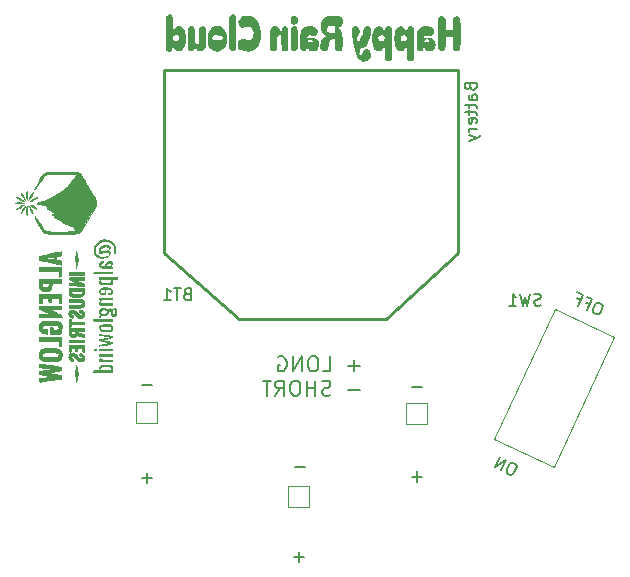
<source format=gbr>
%TF.GenerationSoftware,KiCad,Pcbnew,(6.0.4)*%
%TF.CreationDate,2024-01-19T15:50:56-08:00*%
%TF.ProjectId,Blinky,426c696e-6b79-42e6-9b69-6361645f7063,rev?*%
%TF.SameCoordinates,Original*%
%TF.FileFunction,Legend,Bot*%
%TF.FilePolarity,Positive*%
%FSLAX46Y46*%
G04 Gerber Fmt 4.6, Leading zero omitted, Abs format (unit mm)*
G04 Created by KiCad (PCBNEW (6.0.4)) date 2024-01-19 15:50:56*
%MOMM*%
%LPD*%
G01*
G04 APERTURE LIST*
G04 Aperture macros list*
%AMRoundRect*
0 Rectangle with rounded corners*
0 $1 Rounding radius*
0 $2 $3 $4 $5 $6 $7 $8 $9 X,Y pos of 4 corners*
0 Add a 4 corners polygon primitive as box body*
4,1,4,$2,$3,$4,$5,$6,$7,$8,$9,$2,$3,0*
0 Add four circle primitives for the rounded corners*
1,1,$1+$1,$2,$3*
1,1,$1+$1,$4,$5*
1,1,$1+$1,$6,$7*
1,1,$1+$1,$8,$9*
0 Add four rect primitives between the rounded corners*
20,1,$1+$1,$2,$3,$4,$5,0*
20,1,$1+$1,$4,$5,$6,$7,0*
20,1,$1+$1,$6,$7,$8,$9,0*
20,1,$1+$1,$8,$9,$2,$3,0*%
G04 Aperture macros list end*
%ADD10C,0.177800*%
%ADD11C,0.152400*%
%ADD12C,0.150000*%
%ADD13C,0.254000*%
%ADD14C,0.120000*%
%ADD15C,0.010000*%
%ADD16RoundRect,0.050000X-0.900000X0.900000X-0.900000X-0.900000X0.900000X-0.900000X0.900000X0.900000X0*%
%ADD17C,1.900000*%
%ADD18C,1.117600*%
%ADD19O,2.600000X4.100000*%
%ADD20C,17.372000*%
%ADD21C,2.100000*%
G04 APERTURE END LIST*
D10*
X144953049Y-88817364D02*
X143985430Y-88817364D01*
X144469239Y-89301173D02*
X144469239Y-88333554D01*
X141808287Y-89301173D02*
X142413049Y-89301173D01*
X142413049Y-88031173D01*
X141143049Y-88031173D02*
X140901144Y-88031173D01*
X140780191Y-88091650D01*
X140659239Y-88212602D01*
X140598763Y-88454507D01*
X140598763Y-88877840D01*
X140659239Y-89119745D01*
X140780191Y-89240697D01*
X140901144Y-89301173D01*
X141143049Y-89301173D01*
X141264001Y-89240697D01*
X141384953Y-89119745D01*
X141445430Y-88877840D01*
X141445430Y-88454507D01*
X141384953Y-88212602D01*
X141264001Y-88091650D01*
X141143049Y-88031173D01*
X140054477Y-89301173D02*
X140054477Y-88031173D01*
X139328763Y-89301173D01*
X139328763Y-88031173D01*
X138058763Y-88091650D02*
X138179715Y-88031173D01*
X138361144Y-88031173D01*
X138542572Y-88091650D01*
X138663525Y-88212602D01*
X138724001Y-88333554D01*
X138784477Y-88575459D01*
X138784477Y-88756888D01*
X138724001Y-88998792D01*
X138663525Y-89119745D01*
X138542572Y-89240697D01*
X138361144Y-89301173D01*
X138240191Y-89301173D01*
X138058763Y-89240697D01*
X137998287Y-89180221D01*
X137998287Y-88756888D01*
X138240191Y-88756888D01*
X144953049Y-90862064D02*
X143985430Y-90862064D01*
X142473525Y-91285397D02*
X142292096Y-91345873D01*
X141989715Y-91345873D01*
X141868763Y-91285397D01*
X141808287Y-91224921D01*
X141747810Y-91103969D01*
X141747810Y-90983016D01*
X141808287Y-90862064D01*
X141868763Y-90801588D01*
X141989715Y-90741111D01*
X142231620Y-90680635D01*
X142352572Y-90620159D01*
X142413049Y-90559683D01*
X142473525Y-90438730D01*
X142473525Y-90317778D01*
X142413049Y-90196826D01*
X142352572Y-90136350D01*
X142231620Y-90075873D01*
X141929239Y-90075873D01*
X141747810Y-90136350D01*
X141203525Y-91345873D02*
X141203525Y-90075873D01*
X141203525Y-90680635D02*
X140477810Y-90680635D01*
X140477810Y-91345873D02*
X140477810Y-90075873D01*
X139631144Y-90075873D02*
X139389239Y-90075873D01*
X139268287Y-90136350D01*
X139147334Y-90257302D01*
X139086858Y-90499207D01*
X139086858Y-90922540D01*
X139147334Y-91164445D01*
X139268287Y-91285397D01*
X139389239Y-91345873D01*
X139631144Y-91345873D01*
X139752096Y-91285397D01*
X139873049Y-91164445D01*
X139933525Y-90922540D01*
X139933525Y-90499207D01*
X139873049Y-90257302D01*
X139752096Y-90136350D01*
X139631144Y-90075873D01*
X137816858Y-91345873D02*
X138240191Y-90741111D01*
X138542572Y-91345873D02*
X138542572Y-90075873D01*
X138058763Y-90075873D01*
X137937810Y-90136350D01*
X137877334Y-90196826D01*
X137816858Y-90317778D01*
X137816858Y-90499207D01*
X137877334Y-90620159D01*
X137937810Y-90680635D01*
X138058763Y-90741111D01*
X138542572Y-90741111D01*
X137454001Y-90075873D02*
X136728287Y-90075873D01*
X137091144Y-91345873D02*
X137091144Y-90075873D01*
D11*
X165406097Y-83557681D02*
X165230705Y-83475894D01*
X165122562Y-83478849D01*
X164993973Y-83525651D01*
X164868338Y-83680597D01*
X164725211Y-83987533D01*
X164687273Y-84183372D01*
X164734075Y-84311961D01*
X164801325Y-84396703D01*
X164976717Y-84478489D01*
X165084860Y-84475535D01*
X165213449Y-84428732D01*
X165339084Y-84273786D01*
X165482210Y-83966850D01*
X165520149Y-83771011D01*
X165473346Y-83642422D01*
X165406097Y-83557681D01*
X164105429Y-83484994D02*
X164412366Y-83628121D01*
X164187452Y-84110449D02*
X164616832Y-83189640D01*
X164178352Y-82985174D01*
X163316165Y-83116954D02*
X163623101Y-83260081D01*
X163398188Y-83742409D02*
X163827568Y-82821600D01*
X163389087Y-82617134D01*
D10*
X150251428Y-98212642D02*
X149380571Y-98212642D01*
X149816000Y-98648071D02*
X149816000Y-97777214D01*
D11*
X158114161Y-97130554D02*
X157938769Y-97048767D01*
X157830626Y-97051722D01*
X157702036Y-97098525D01*
X157576402Y-97253470D01*
X157433275Y-97560406D01*
X157395336Y-97756245D01*
X157442139Y-97884835D01*
X157509388Y-97969576D01*
X157684781Y-98051363D01*
X157792923Y-98048408D01*
X157921513Y-98001605D01*
X158047147Y-97846660D01*
X158190274Y-97539723D01*
X158228213Y-97343885D01*
X158181410Y-97215295D01*
X158114161Y-97130554D01*
X156895516Y-97683322D02*
X157324896Y-96762514D01*
X156369340Y-97437962D01*
X156798720Y-96517154D01*
D10*
X140218428Y-105021642D02*
X139347571Y-105021642D01*
X139783000Y-105457071D02*
X139783000Y-104586214D01*
X127391428Y-98339642D02*
X126520571Y-98339642D01*
X126956000Y-98775071D02*
X126956000Y-97904214D01*
X140345428Y-97401642D02*
X139474571Y-97401642D01*
X150251428Y-90592642D02*
X149380571Y-90592642D01*
X127391428Y-90465642D02*
X126520571Y-90465642D01*
D12*
%TO.C,*%
%TO.C,BT1*%
X130325714Y-82732571D02*
X130182857Y-82780190D01*
X130135238Y-82827809D01*
X130087619Y-82923047D01*
X130087619Y-83065904D01*
X130135238Y-83161142D01*
X130182857Y-83208761D01*
X130278095Y-83256380D01*
X130659047Y-83256380D01*
X130659047Y-82256380D01*
X130325714Y-82256380D01*
X130230476Y-82304000D01*
X130182857Y-82351619D01*
X130135238Y-82446857D01*
X130135238Y-82542095D01*
X130182857Y-82637333D01*
X130230476Y-82684952D01*
X130325714Y-82732571D01*
X130659047Y-82732571D01*
X129801904Y-82256380D02*
X129230476Y-82256380D01*
X129516190Y-83256380D02*
X129516190Y-82256380D01*
X128373333Y-83256380D02*
X128944761Y-83256380D01*
X128659047Y-83256380D02*
X128659047Y-82256380D01*
X128754285Y-82399238D01*
X128849523Y-82494476D01*
X128944761Y-82542095D01*
X154316571Y-65198571D02*
X154364190Y-65341428D01*
X154411809Y-65389047D01*
X154507047Y-65436666D01*
X154649904Y-65436666D01*
X154745142Y-65389047D01*
X154792761Y-65341428D01*
X154840380Y-65246190D01*
X154840380Y-64865238D01*
X153840380Y-64865238D01*
X153840380Y-65198571D01*
X153888000Y-65293809D01*
X153935619Y-65341428D01*
X154030857Y-65389047D01*
X154126095Y-65389047D01*
X154221333Y-65341428D01*
X154268952Y-65293809D01*
X154316571Y-65198571D01*
X154316571Y-64865238D01*
X154840380Y-66293809D02*
X154316571Y-66293809D01*
X154221333Y-66246190D01*
X154173714Y-66150952D01*
X154173714Y-65960476D01*
X154221333Y-65865238D01*
X154792761Y-66293809D02*
X154840380Y-66198571D01*
X154840380Y-65960476D01*
X154792761Y-65865238D01*
X154697523Y-65817619D01*
X154602285Y-65817619D01*
X154507047Y-65865238D01*
X154459428Y-65960476D01*
X154459428Y-66198571D01*
X154411809Y-66293809D01*
X154173714Y-66627142D02*
X154173714Y-67008095D01*
X153840380Y-66770000D02*
X154697523Y-66770000D01*
X154792761Y-66817619D01*
X154840380Y-66912857D01*
X154840380Y-67008095D01*
X154173714Y-67198571D02*
X154173714Y-67579523D01*
X153840380Y-67341428D02*
X154697523Y-67341428D01*
X154792761Y-67389047D01*
X154840380Y-67484285D01*
X154840380Y-67579523D01*
X154792761Y-68293809D02*
X154840380Y-68198571D01*
X154840380Y-68008095D01*
X154792761Y-67912857D01*
X154697523Y-67865238D01*
X154316571Y-67865238D01*
X154221333Y-67912857D01*
X154173714Y-68008095D01*
X154173714Y-68198571D01*
X154221333Y-68293809D01*
X154316571Y-68341428D01*
X154411809Y-68341428D01*
X154507047Y-67865238D01*
X154840380Y-68770000D02*
X154173714Y-68770000D01*
X154364190Y-68770000D02*
X154268952Y-68817619D01*
X154221333Y-68865238D01*
X154173714Y-68960476D01*
X154173714Y-69055714D01*
X154173714Y-69293809D02*
X154840380Y-69531904D01*
X154173714Y-69770000D02*
X154840380Y-69531904D01*
X155078476Y-69436666D01*
X155126095Y-69389047D01*
X155173714Y-69293809D01*
%TO.C,SW1*%
X160293334Y-83676761D02*
X160150477Y-83724380D01*
X159912381Y-83724380D01*
X159817143Y-83676761D01*
X159769524Y-83629142D01*
X159721905Y-83533904D01*
X159721905Y-83438666D01*
X159769524Y-83343428D01*
X159817143Y-83295809D01*
X159912381Y-83248190D01*
X160102858Y-83200571D01*
X160198096Y-83152952D01*
X160245715Y-83105333D01*
X160293334Y-83010095D01*
X160293334Y-82914857D01*
X160245715Y-82819619D01*
X160198096Y-82772000D01*
X160102858Y-82724380D01*
X159864762Y-82724380D01*
X159721905Y-82772000D01*
X159388572Y-82724380D02*
X159150477Y-83724380D01*
X158960001Y-83010095D01*
X158769524Y-83724380D01*
X158531429Y-82724380D01*
X157626667Y-83724380D02*
X158198096Y-83724380D01*
X157912381Y-83724380D02*
X157912381Y-82724380D01*
X158007620Y-82867238D01*
X158102858Y-82962476D01*
X158198096Y-83010095D01*
%TO.C,*%
D13*
%TO.C,BT1*%
X147148000Y-84878000D02*
X134702000Y-84878000D01*
X153244000Y-63796000D02*
X153244000Y-79290000D01*
X147148000Y-84878000D02*
X153244000Y-79290000D01*
X128352000Y-63796000D02*
X128352000Y-79290000D01*
X134702000Y-84878000D02*
X128352000Y-79290000D01*
X153244000Y-63796000D02*
X128352000Y-63796000D01*
D14*
%TO.C,SW1*%
X156290229Y-95064881D02*
X161446172Y-84007926D01*
X161446172Y-84007926D02*
X166521495Y-86374588D01*
X166521495Y-86374588D02*
X161365553Y-97431543D01*
X161365553Y-97431543D02*
X156290229Y-95064881D01*
%TO.C,G\u002A\u002A\u002A*%
G36*
X119692076Y-80803437D02*
G01*
X119696931Y-80975092D01*
X119698978Y-81100981D01*
X119695587Y-81182728D01*
X119684355Y-81230205D01*
X119662882Y-81253283D01*
X119628766Y-81261833D01*
X119579604Y-81265729D01*
X119463000Y-81275583D01*
X119463000Y-80827250D01*
X117812000Y-80827250D01*
X117812000Y-80478000D01*
X119683028Y-80478000D01*
X119692076Y-80803437D01*
G37*
D15*
X119692076Y-80803437D02*
X119696931Y-80975092D01*
X119698978Y-81100981D01*
X119695587Y-81182728D01*
X119684355Y-81230205D01*
X119662882Y-81253283D01*
X119628766Y-81261833D01*
X119579604Y-81265729D01*
X119463000Y-81275583D01*
X119463000Y-80827250D01*
X117812000Y-80827250D01*
X117812000Y-80478000D01*
X119683028Y-80478000D01*
X119692076Y-80803437D01*
G36*
X120899687Y-80888183D02*
G01*
X121054666Y-80888476D01*
X121229651Y-80888870D01*
X121377354Y-80889270D01*
X121485703Y-80889643D01*
X121542625Y-80889956D01*
X121589067Y-80895581D01*
X121615990Y-80926610D01*
X121622000Y-81001875D01*
X121622000Y-81113000D01*
X120316416Y-81113000D01*
X120326270Y-81000101D01*
X120336125Y-80887203D01*
X120899687Y-80888183D01*
G37*
X120899687Y-80888183D02*
X121054666Y-80888476D01*
X121229651Y-80888870D01*
X121377354Y-80889270D01*
X121485703Y-80889643D01*
X121542625Y-80889956D01*
X121589067Y-80895581D01*
X121615990Y-80926610D01*
X121622000Y-81001875D01*
X121622000Y-81113000D01*
X120316416Y-81113000D01*
X120326270Y-81000101D01*
X120336125Y-80887203D01*
X120899687Y-80888183D01*
G36*
X118811803Y-83748288D02*
G01*
X119043318Y-83749007D01*
X119251378Y-83750545D01*
X119427975Y-83752782D01*
X119565098Y-83755596D01*
X119654740Y-83758867D01*
X119688892Y-83762475D01*
X119691722Y-83768769D01*
X119695377Y-83821417D01*
X119690848Y-83905350D01*
X119678580Y-84034000D01*
X119245352Y-84037364D01*
X119213623Y-84037592D01*
X119047152Y-84038222D01*
X118898782Y-84037897D01*
X118783646Y-84036694D01*
X118716875Y-84034688D01*
X118680877Y-84033571D01*
X118649981Y-84039564D01*
X118658902Y-84057275D01*
X118711540Y-84088892D01*
X118811798Y-84136599D01*
X118963576Y-84202583D01*
X119170776Y-84289030D01*
X119286033Y-84337281D01*
X119436348Y-84402603D01*
X119558616Y-84458604D01*
X119642537Y-84500521D01*
X119677811Y-84523587D01*
X119692434Y-84567835D01*
X119701429Y-84645187D01*
X119703663Y-84732500D01*
X117812000Y-84732500D01*
X117812000Y-84446750D01*
X118327937Y-84446096D01*
X118843875Y-84445442D01*
X117811999Y-83994570D01*
X117812000Y-83871410D01*
X117812000Y-83748250D01*
X118743333Y-83748250D01*
X118811803Y-83748288D01*
G37*
X118811803Y-83748288D02*
X119043318Y-83749007D01*
X119251378Y-83750545D01*
X119427975Y-83752782D01*
X119565098Y-83755596D01*
X119654740Y-83758867D01*
X119688892Y-83762475D01*
X119691722Y-83768769D01*
X119695377Y-83821417D01*
X119690848Y-83905350D01*
X119678580Y-84034000D01*
X119245352Y-84037364D01*
X119213623Y-84037592D01*
X119047152Y-84038222D01*
X118898782Y-84037897D01*
X118783646Y-84036694D01*
X118716875Y-84034688D01*
X118680877Y-84033571D01*
X118649981Y-84039564D01*
X118658902Y-84057275D01*
X118711540Y-84088892D01*
X118811798Y-84136599D01*
X118963576Y-84202583D01*
X119170776Y-84289030D01*
X119286033Y-84337281D01*
X119436348Y-84402603D01*
X119558616Y-84458604D01*
X119642537Y-84500521D01*
X119677811Y-84523587D01*
X119692434Y-84567835D01*
X119701429Y-84645187D01*
X119703663Y-84732500D01*
X117812000Y-84732500D01*
X117812000Y-84446750D01*
X118327937Y-84446096D01*
X118843875Y-84445442D01*
X117811999Y-83994570D01*
X117812000Y-83871410D01*
X117812000Y-83748250D01*
X118743333Y-83748250D01*
X118811803Y-83748288D01*
G36*
X118966317Y-87352344D02*
G01*
X119132060Y-87354326D01*
X119253735Y-87358664D01*
X119341091Y-87366202D01*
X119403878Y-87377784D01*
X119451848Y-87394253D01*
X119494750Y-87416455D01*
X119506021Y-87423386D01*
X119594995Y-87500187D01*
X119661388Y-87591080D01*
X119673401Y-87617347D01*
X119710749Y-87760873D01*
X119718107Y-87921389D01*
X119696125Y-88074242D01*
X119645454Y-88194775D01*
X119622111Y-88228436D01*
X119565592Y-88297695D01*
X119503020Y-88349248D01*
X119424827Y-88385666D01*
X119321446Y-88409518D01*
X119183310Y-88423373D01*
X119000850Y-88429803D01*
X118764500Y-88431375D01*
X118649371Y-88431229D01*
X118465899Y-88429742D01*
X118330036Y-88425876D01*
X118231256Y-88418695D01*
X118159035Y-88407260D01*
X118102849Y-88390632D01*
X118052173Y-88367875D01*
X118007350Y-88343216D01*
X117893767Y-88250221D01*
X117824396Y-88127719D01*
X117790042Y-87961459D01*
X117786160Y-87886871D01*
X118043333Y-87886871D01*
X118079106Y-87987106D01*
X118130963Y-88066250D01*
X118744436Y-88066250D01*
X118920522Y-88065948D01*
X119090322Y-88064301D01*
X119212851Y-88060510D01*
X119297118Y-88053788D01*
X119352134Y-88043351D01*
X119386909Y-88028412D01*
X119410454Y-88008187D01*
X119440983Y-87964604D01*
X119459790Y-87864757D01*
X119417995Y-87762755D01*
X119405513Y-87747957D01*
X119378752Y-87729486D01*
X119335176Y-87716079D01*
X119265451Y-87706643D01*
X119160237Y-87700089D01*
X119010199Y-87695326D01*
X118805999Y-87691262D01*
X118694913Y-87689851D01*
X118497514Y-87690275D01*
X118335151Y-87694652D01*
X118217288Y-87702654D01*
X118153391Y-87713952D01*
X118128370Y-87725572D01*
X118061335Y-87793881D01*
X118043333Y-87886871D01*
X117786160Y-87886871D01*
X117785148Y-87867429D01*
X117809673Y-87682243D01*
X117880954Y-87532647D01*
X117996705Y-87424577D01*
X118012519Y-87414908D01*
X118054654Y-87392496D01*
X118101455Y-87376134D01*
X118162725Y-87364872D01*
X118248271Y-87357763D01*
X118367900Y-87353860D01*
X118531415Y-87352213D01*
X118694913Y-87351958D01*
X118748625Y-87351875D01*
X118966317Y-87352344D01*
G37*
X118966317Y-87352344D02*
X119132060Y-87354326D01*
X119253735Y-87358664D01*
X119341091Y-87366202D01*
X119403878Y-87377784D01*
X119451848Y-87394253D01*
X119494750Y-87416455D01*
X119506021Y-87423386D01*
X119594995Y-87500187D01*
X119661388Y-87591080D01*
X119673401Y-87617347D01*
X119710749Y-87760873D01*
X119718107Y-87921389D01*
X119696125Y-88074242D01*
X119645454Y-88194775D01*
X119622111Y-88228436D01*
X119565592Y-88297695D01*
X119503020Y-88349248D01*
X119424827Y-88385666D01*
X119321446Y-88409518D01*
X119183310Y-88423373D01*
X119000850Y-88429803D01*
X118764500Y-88431375D01*
X118649371Y-88431229D01*
X118465899Y-88429742D01*
X118330036Y-88425876D01*
X118231256Y-88418695D01*
X118159035Y-88407260D01*
X118102849Y-88390632D01*
X118052173Y-88367875D01*
X118007350Y-88343216D01*
X117893767Y-88250221D01*
X117824396Y-88127719D01*
X117790042Y-87961459D01*
X117786160Y-87886871D01*
X118043333Y-87886871D01*
X118079106Y-87987106D01*
X118130963Y-88066250D01*
X118744436Y-88066250D01*
X118920522Y-88065948D01*
X119090322Y-88064301D01*
X119212851Y-88060510D01*
X119297118Y-88053788D01*
X119352134Y-88043351D01*
X119386909Y-88028412D01*
X119410454Y-88008187D01*
X119440983Y-87964604D01*
X119459790Y-87864757D01*
X119417995Y-87762755D01*
X119405513Y-87747957D01*
X119378752Y-87729486D01*
X119335176Y-87716079D01*
X119265451Y-87706643D01*
X119160237Y-87700089D01*
X119010199Y-87695326D01*
X118805999Y-87691262D01*
X118694913Y-87689851D01*
X118497514Y-87690275D01*
X118335151Y-87694652D01*
X118217288Y-87702654D01*
X118153391Y-87713952D01*
X118128370Y-87725572D01*
X118061335Y-87793881D01*
X118043333Y-87886871D01*
X117786160Y-87886871D01*
X117785148Y-87867429D01*
X117809673Y-87682243D01*
X117880954Y-87532647D01*
X117996705Y-87424577D01*
X118012519Y-87414908D01*
X118054654Y-87392496D01*
X118101455Y-87376134D01*
X118162725Y-87364872D01*
X118248271Y-87357763D01*
X118367900Y-87353860D01*
X118531415Y-87352213D01*
X118694913Y-87351958D01*
X118748625Y-87351875D01*
X118966317Y-87352344D01*
G36*
X116757862Y-74020253D02*
G01*
X116774378Y-74076486D01*
X116793747Y-74163302D01*
X116794273Y-74165996D01*
X116805844Y-74273632D01*
X116807504Y-74405498D01*
X116800389Y-74539718D01*
X116785638Y-74654417D01*
X116764389Y-74727719D01*
X116756677Y-74736437D01*
X116740230Y-74716435D01*
X116726252Y-74651658D01*
X116715894Y-74555110D01*
X116710308Y-74439797D01*
X116710646Y-74318722D01*
X116718062Y-74204891D01*
X116730916Y-74102992D01*
X116743556Y-74033004D01*
X116753134Y-74011051D01*
X116757862Y-74020253D01*
G37*
X116757862Y-74020253D02*
X116774378Y-74076486D01*
X116793747Y-74163302D01*
X116794273Y-74165996D01*
X116805844Y-74273632D01*
X116807504Y-74405498D01*
X116800389Y-74539718D01*
X116785638Y-74654417D01*
X116764389Y-74727719D01*
X116756677Y-74736437D01*
X116740230Y-74716435D01*
X116726252Y-74651658D01*
X116715894Y-74555110D01*
X116710308Y-74439797D01*
X116710646Y-74318722D01*
X116718062Y-74204891D01*
X116730916Y-74102992D01*
X116743556Y-74033004D01*
X116753134Y-74011051D01*
X116757862Y-74020253D01*
G36*
X120699528Y-87752040D02*
G01*
X120756367Y-87767298D01*
X120815787Y-87802846D01*
X120891775Y-87867005D01*
X120998321Y-87968096D01*
X121104043Y-88068197D01*
X121188307Y-88139767D01*
X121252813Y-88179996D01*
X121310058Y-88196529D01*
X121372540Y-88197011D01*
X121401870Y-88191237D01*
X121442236Y-88154399D01*
X121444003Y-88098038D01*
X121413570Y-88038073D01*
X121357333Y-87990421D01*
X121281692Y-87971000D01*
X121239184Y-87966899D01*
X121214369Y-87938912D01*
X121215175Y-87867812D01*
X121220537Y-87828956D01*
X121246584Y-87775248D01*
X121304500Y-87756033D01*
X121360752Y-87758485D01*
X121468778Y-87800964D01*
X121562100Y-87879341D01*
X121618238Y-87977728D01*
X121626783Y-88011533D01*
X121632951Y-88158932D01*
X121589896Y-88286413D01*
X121503804Y-88382080D01*
X121380866Y-88434034D01*
X121291514Y-88441338D01*
X121158774Y-88411829D01*
X121025467Y-88329189D01*
X120883396Y-88189387D01*
X120774664Y-88076025D01*
X120674341Y-88000024D01*
X120593074Y-87976521D01*
X120526212Y-88003092D01*
X120513856Y-88014294D01*
X120478409Y-88081697D01*
X120500548Y-88143508D01*
X120576186Y-88184868D01*
X120580706Y-88186064D01*
X120645707Y-88210260D01*
X120671436Y-88233400D01*
X120670207Y-88266357D01*
X120669500Y-88336125D01*
X120669415Y-88343432D01*
X120653046Y-88400190D01*
X120598062Y-88415381D01*
X120551693Y-88410284D01*
X120443391Y-88365039D01*
X120353412Y-88286940D01*
X120304337Y-88193077D01*
X120291989Y-88106362D01*
X120308243Y-87960005D01*
X120373204Y-87847129D01*
X120481946Y-87774466D01*
X120629540Y-87748750D01*
X120631278Y-87748750D01*
X120699528Y-87752040D01*
G37*
X120699528Y-87752040D02*
X120756367Y-87767298D01*
X120815787Y-87802846D01*
X120891775Y-87867005D01*
X120998321Y-87968096D01*
X121104043Y-88068197D01*
X121188307Y-88139767D01*
X121252813Y-88179996D01*
X121310058Y-88196529D01*
X121372540Y-88197011D01*
X121401870Y-88191237D01*
X121442236Y-88154399D01*
X121444003Y-88098038D01*
X121413570Y-88038073D01*
X121357333Y-87990421D01*
X121281692Y-87971000D01*
X121239184Y-87966899D01*
X121214369Y-87938912D01*
X121215175Y-87867812D01*
X121220537Y-87828956D01*
X121246584Y-87775248D01*
X121304500Y-87756033D01*
X121360752Y-87758485D01*
X121468778Y-87800964D01*
X121562100Y-87879341D01*
X121618238Y-87977728D01*
X121626783Y-88011533D01*
X121632951Y-88158932D01*
X121589896Y-88286413D01*
X121503804Y-88382080D01*
X121380866Y-88434034D01*
X121291514Y-88441338D01*
X121158774Y-88411829D01*
X121025467Y-88329189D01*
X120883396Y-88189387D01*
X120774664Y-88076025D01*
X120674341Y-88000024D01*
X120593074Y-87976521D01*
X120526212Y-88003092D01*
X120513856Y-88014294D01*
X120478409Y-88081697D01*
X120500548Y-88143508D01*
X120576186Y-88184868D01*
X120580706Y-88186064D01*
X120645707Y-88210260D01*
X120671436Y-88233400D01*
X120670207Y-88266357D01*
X120669500Y-88336125D01*
X120669415Y-88343432D01*
X120653046Y-88400190D01*
X120598062Y-88415381D01*
X120551693Y-88410284D01*
X120443391Y-88365039D01*
X120353412Y-88286940D01*
X120304337Y-88193077D01*
X120291989Y-88106362D01*
X120308243Y-87960005D01*
X120373204Y-87847129D01*
X120481946Y-87774466D01*
X120629540Y-87748750D01*
X120631278Y-87748750D01*
X120699528Y-87752040D01*
G36*
X121021293Y-89114000D02*
G01*
X121043088Y-89247701D01*
X121060754Y-89361396D01*
X121069948Y-89446058D01*
X121070704Y-89519974D01*
X121063055Y-89601432D01*
X121047036Y-89708719D01*
X121022680Y-89860125D01*
X120967222Y-90209375D01*
X120911237Y-89852187D01*
X120899047Y-89773413D01*
X120879880Y-89633697D01*
X120871530Y-89523234D01*
X120874003Y-89419069D01*
X120887306Y-89298247D01*
X120911446Y-89137812D01*
X120967640Y-88780625D01*
X121021293Y-89114000D01*
G37*
X121021293Y-89114000D02*
X121043088Y-89247701D01*
X121060754Y-89361396D01*
X121069948Y-89446058D01*
X121070704Y-89519974D01*
X121063055Y-89601432D01*
X121047036Y-89708719D01*
X121022680Y-89860125D01*
X120967222Y-90209375D01*
X120911237Y-89852187D01*
X120899047Y-89773413D01*
X120879880Y-89633697D01*
X120871530Y-89523234D01*
X120874003Y-89419069D01*
X120887306Y-89298247D01*
X120911446Y-89137812D01*
X120967640Y-88780625D01*
X121021293Y-89114000D01*
G36*
X116032362Y-74574397D02*
G01*
X116096752Y-74598943D01*
X116184070Y-74634483D01*
X116247016Y-74667061D01*
X116308437Y-74709398D01*
X116391175Y-74774217D01*
X116430603Y-74806794D01*
X116483065Y-74856068D01*
X116498537Y-74880545D01*
X116465112Y-74882956D01*
X116390302Y-74859623D01*
X116291217Y-74815701D01*
X116183251Y-74758771D01*
X116081797Y-74696411D01*
X116002250Y-74636200D01*
X115859375Y-74508755D01*
X116032362Y-74574397D01*
G37*
X116032362Y-74574397D02*
X116096752Y-74598943D01*
X116184070Y-74634483D01*
X116247016Y-74667061D01*
X116308437Y-74709398D01*
X116391175Y-74774217D01*
X116430603Y-74806794D01*
X116483065Y-74856068D01*
X116498537Y-74880545D01*
X116465112Y-74882956D01*
X116390302Y-74859623D01*
X116291217Y-74815701D01*
X116183251Y-74758771D01*
X116081797Y-74696411D01*
X116002250Y-74636200D01*
X115859375Y-74508755D01*
X116032362Y-74574397D01*
G36*
X119371052Y-79196928D02*
G01*
X119510990Y-79169756D01*
X119605246Y-79152135D01*
X119645562Y-79145689D01*
X119654667Y-79147727D01*
X119677626Y-79193856D01*
X119685250Y-79301110D01*
X119683157Y-79385706D01*
X119668495Y-79439214D01*
X119628686Y-79471270D01*
X119551150Y-79491972D01*
X119423312Y-79511421D01*
X119272500Y-79532710D01*
X119272500Y-79867539D01*
X119423312Y-79889298D01*
X119467482Y-79895900D01*
X119568176Y-79912509D01*
X119637625Y-79926075D01*
X119650707Y-79929706D01*
X119681935Y-79952108D01*
X119693308Y-80002550D01*
X119690123Y-80098421D01*
X119684842Y-80154344D01*
X119672241Y-80226805D01*
X119658373Y-80254725D01*
X119655077Y-80254266D01*
X119605495Y-80245005D01*
X119503642Y-80225060D01*
X119357480Y-80196019D01*
X119174969Y-80159468D01*
X118964072Y-80116994D01*
X118732750Y-80070186D01*
X117827875Y-79886670D01*
X117827875Y-79696940D01*
X118304125Y-79696940D01*
X118605750Y-79752493D01*
X118678713Y-79765606D01*
X118811098Y-79787735D01*
X118917130Y-79803335D01*
X118978812Y-79809648D01*
X119017602Y-79805777D01*
X119044025Y-79775498D01*
X119050250Y-79700125D01*
X119050258Y-79669617D01*
X119046355Y-79628236D01*
X119029015Y-79603411D01*
X118988380Y-79593806D01*
X118914592Y-79598088D01*
X118797794Y-79614920D01*
X118628127Y-79642970D01*
X118304125Y-79696940D01*
X117827875Y-79696940D01*
X117827875Y-79509625D01*
X118716875Y-79328252D01*
X118759717Y-79319519D01*
X118987158Y-79273433D01*
X118988380Y-79273188D01*
X119193689Y-79232028D01*
X119371052Y-79196928D01*
G37*
X119371052Y-79196928D02*
X119510990Y-79169756D01*
X119605246Y-79152135D01*
X119645562Y-79145689D01*
X119654667Y-79147727D01*
X119677626Y-79193856D01*
X119685250Y-79301110D01*
X119683157Y-79385706D01*
X119668495Y-79439214D01*
X119628686Y-79471270D01*
X119551150Y-79491972D01*
X119423312Y-79511421D01*
X119272500Y-79532710D01*
X119272500Y-79867539D01*
X119423312Y-79889298D01*
X119467482Y-79895900D01*
X119568176Y-79912509D01*
X119637625Y-79926075D01*
X119650707Y-79929706D01*
X119681935Y-79952108D01*
X119693308Y-80002550D01*
X119690123Y-80098421D01*
X119684842Y-80154344D01*
X119672241Y-80226805D01*
X119658373Y-80254725D01*
X119655077Y-80254266D01*
X119605495Y-80245005D01*
X119503642Y-80225060D01*
X119357480Y-80196019D01*
X119174969Y-80159468D01*
X118964072Y-80116994D01*
X118732750Y-80070186D01*
X117827875Y-79886670D01*
X117827875Y-79696940D01*
X118304125Y-79696940D01*
X118605750Y-79752493D01*
X118678713Y-79765606D01*
X118811098Y-79787735D01*
X118917130Y-79803335D01*
X118978812Y-79809648D01*
X119017602Y-79805777D01*
X119044025Y-79775498D01*
X119050250Y-79700125D01*
X119050258Y-79669617D01*
X119046355Y-79628236D01*
X119029015Y-79603411D01*
X118988380Y-79593806D01*
X118914592Y-79598088D01*
X118797794Y-79614920D01*
X118628127Y-79642970D01*
X118304125Y-79696940D01*
X117827875Y-79696940D01*
X117827875Y-79509625D01*
X118716875Y-79328252D01*
X118759717Y-79319519D01*
X118987158Y-79273433D01*
X118988380Y-79273188D01*
X119193689Y-79232028D01*
X119371052Y-79196928D01*
G36*
X117029048Y-75176917D02*
G01*
X117118458Y-75201988D01*
X117234997Y-75252778D01*
X117359294Y-75320051D01*
X117471977Y-75394569D01*
X117531673Y-75441287D01*
X117585807Y-75494002D01*
X117584783Y-75515624D01*
X117529063Y-75505557D01*
X117419104Y-75463205D01*
X117388173Y-75448964D01*
X117299947Y-75401183D01*
X117205864Y-75342876D01*
X117118028Y-75282611D01*
X117048543Y-75228956D01*
X117009513Y-75190479D01*
X117013041Y-75175750D01*
X117029048Y-75176917D01*
G37*
X117029048Y-75176917D02*
X117118458Y-75201988D01*
X117234997Y-75252778D01*
X117359294Y-75320051D01*
X117471977Y-75394569D01*
X117531673Y-75441287D01*
X117585807Y-75494002D01*
X117584783Y-75515624D01*
X117529063Y-75505557D01*
X117419104Y-75463205D01*
X117388173Y-75448964D01*
X117299947Y-75401183D01*
X117205864Y-75342876D01*
X117118028Y-75282611D01*
X117048543Y-75228956D01*
X117009513Y-75190479D01*
X117013041Y-75175750D01*
X117029048Y-75176917D01*
G36*
X116504389Y-75180307D02*
G01*
X116498997Y-75200323D01*
X116452385Y-75242452D01*
X116358771Y-75313287D01*
X116300700Y-75352544D01*
X116164422Y-75429910D01*
X116033333Y-75489158D01*
X115859375Y-75553834D01*
X115986375Y-75440115D01*
X115993953Y-75433475D01*
X116083307Y-75367094D01*
X116194993Y-75298231D01*
X116310546Y-75236786D01*
X116411505Y-75192659D01*
X116479405Y-75175750D01*
X116504389Y-75180307D01*
G37*
X116504389Y-75180307D02*
X116498997Y-75200323D01*
X116452385Y-75242452D01*
X116358771Y-75313287D01*
X116300700Y-75352544D01*
X116164422Y-75429910D01*
X116033333Y-75489158D01*
X115859375Y-75553834D01*
X115986375Y-75440115D01*
X115993953Y-75433475D01*
X116083307Y-75367094D01*
X116194993Y-75298231D01*
X116310546Y-75236786D01*
X116411505Y-75192659D01*
X116479405Y-75175750D01*
X116504389Y-75180307D01*
G36*
X119691372Y-86780317D02*
G01*
X119681620Y-87177250D01*
X119463000Y-87177250D01*
X119463000Y-86732750D01*
X117812000Y-86732750D01*
X117812000Y-86383500D01*
X118756562Y-86383442D01*
X119701125Y-86383384D01*
X119691372Y-86780317D01*
G37*
X119691372Y-86780317D02*
X119681620Y-87177250D01*
X119463000Y-87177250D01*
X119463000Y-86732750D01*
X117812000Y-86732750D01*
X117812000Y-86383500D01*
X118756562Y-86383442D01*
X119701125Y-86383384D01*
X119691372Y-86780317D01*
G36*
X117621500Y-74535732D02*
G01*
X117621252Y-74538590D01*
X117589913Y-74581581D01*
X117516125Y-74640930D01*
X117414260Y-74708266D01*
X117298690Y-74775214D01*
X117183785Y-74833402D01*
X117083918Y-74874454D01*
X117013460Y-74890000D01*
X117004988Y-74881614D01*
X117033032Y-74848332D01*
X117095441Y-74797318D01*
X117180519Y-74736782D01*
X117276571Y-74674936D01*
X117371901Y-74619990D01*
X117454812Y-74580156D01*
X117526814Y-74553231D01*
X117595116Y-74533943D01*
X117621500Y-74535732D01*
G37*
X117621500Y-74535732D02*
X117621252Y-74538590D01*
X117589913Y-74581581D01*
X117516125Y-74640930D01*
X117414260Y-74708266D01*
X117298690Y-74775214D01*
X117183785Y-74833402D01*
X117083918Y-74874454D01*
X117013460Y-74890000D01*
X117004988Y-74881614D01*
X117033032Y-74848332D01*
X117095441Y-74797318D01*
X117180519Y-74736782D01*
X117276571Y-74674936D01*
X117371901Y-74619990D01*
X117454812Y-74580156D01*
X117526814Y-74553231D01*
X117595116Y-74533943D01*
X117621500Y-74535732D01*
G36*
X118811526Y-82732292D02*
G01*
X119043189Y-82733093D01*
X119251491Y-82734808D01*
X119428403Y-82737301D01*
X119565898Y-82740439D01*
X119655949Y-82744087D01*
X119690528Y-82748111D01*
X119698537Y-82772641D01*
X119698465Y-82835424D01*
X119696476Y-82861817D01*
X119692868Y-82950378D01*
X119689840Y-83074629D01*
X119687895Y-83216437D01*
X119685250Y-83526000D01*
X119463000Y-83526000D01*
X119463000Y-83081500D01*
X118828000Y-83081500D01*
X118828000Y-83430750D01*
X118609068Y-83430750D01*
X118599471Y-83264062D01*
X118589875Y-83097375D01*
X118050125Y-83097375D01*
X118040736Y-83311687D01*
X118031348Y-83526000D01*
X117812000Y-83526000D01*
X117812000Y-82732250D01*
X118743333Y-82732250D01*
X118811526Y-82732292D01*
G37*
X118811526Y-82732292D02*
X119043189Y-82733093D01*
X119251491Y-82734808D01*
X119428403Y-82737301D01*
X119565898Y-82740439D01*
X119655949Y-82744087D01*
X119690528Y-82748111D01*
X119698537Y-82772641D01*
X119698465Y-82835424D01*
X119696476Y-82861817D01*
X119692868Y-82950378D01*
X119689840Y-83074629D01*
X119687895Y-83216437D01*
X119685250Y-83526000D01*
X119463000Y-83526000D01*
X119463000Y-83081500D01*
X118828000Y-83081500D01*
X118828000Y-83430750D01*
X118609068Y-83430750D01*
X118599471Y-83264062D01*
X118589875Y-83097375D01*
X118050125Y-83097375D01*
X118040736Y-83311687D01*
X118031348Y-83526000D01*
X117812000Y-83526000D01*
X117812000Y-82732250D01*
X118743333Y-82732250D01*
X118811526Y-82732292D01*
G36*
X120525710Y-72397092D02*
G01*
X120709001Y-72401575D01*
X120854747Y-72410404D01*
X120969333Y-72424339D01*
X121059146Y-72444144D01*
X121130572Y-72470578D01*
X121189996Y-72504403D01*
X121243805Y-72546381D01*
X121298386Y-72597273D01*
X121323927Y-72627875D01*
X121384268Y-72713973D01*
X121467841Y-72842229D01*
X121570008Y-73004791D01*
X121686129Y-73193808D01*
X121811566Y-73401428D01*
X121941680Y-73619800D01*
X122071833Y-73841072D01*
X122197385Y-74057391D01*
X122313698Y-74260908D01*
X122416133Y-74443769D01*
X122500052Y-74598124D01*
X122560816Y-74716120D01*
X122593786Y-74789907D01*
X122601829Y-74812925D01*
X122625376Y-74892879D01*
X122637620Y-74970202D01*
X122636175Y-75051230D01*
X122618655Y-75142298D01*
X122582676Y-75249743D01*
X122525852Y-75379898D01*
X122445797Y-75539101D01*
X122340125Y-75733687D01*
X122206452Y-75969990D01*
X122042392Y-76254348D01*
X122006742Y-76315827D01*
X121852426Y-76581842D01*
X121725789Y-76799538D01*
X121623339Y-76974380D01*
X121541587Y-77111835D01*
X121477044Y-77217365D01*
X121426218Y-77296437D01*
X121385621Y-77354514D01*
X121351762Y-77397063D01*
X121321150Y-77429548D01*
X121290297Y-77457433D01*
X121255712Y-77486183D01*
X121207824Y-77523995D01*
X121155144Y-77558894D01*
X121096666Y-77587055D01*
X121025979Y-77609121D01*
X120936673Y-77625732D01*
X120822337Y-77637531D01*
X120676561Y-77645157D01*
X120492933Y-77649254D01*
X120265045Y-77650463D01*
X119986485Y-77649424D01*
X119650843Y-77646780D01*
X119539551Y-77645789D01*
X119248344Y-77642981D01*
X119011877Y-77640088D01*
X118823595Y-77636725D01*
X118676942Y-77632507D01*
X118565362Y-77627047D01*
X118482301Y-77619963D01*
X118421202Y-77610867D01*
X118375510Y-77599376D01*
X118338669Y-77585104D01*
X118304125Y-77567665D01*
X118280507Y-77554261D01*
X118177113Y-77483461D01*
X118092359Y-77409095D01*
X118043364Y-77346952D01*
X117975534Y-77245159D01*
X117895869Y-77115093D01*
X117809297Y-76965956D01*
X117720745Y-76806948D01*
X117635144Y-76647272D01*
X117557420Y-76496129D01*
X117492501Y-76362722D01*
X117445317Y-76256251D01*
X117420795Y-76185918D01*
X117423864Y-76160925D01*
X117428589Y-76162466D01*
X117468147Y-76200487D01*
X117534591Y-76284232D01*
X117622999Y-76406713D01*
X117728444Y-76560944D01*
X117846003Y-76739941D01*
X117970750Y-76936716D01*
X118040312Y-77049458D01*
X118109020Y-77158593D01*
X118171545Y-77246682D01*
X118234854Y-77315959D01*
X118305915Y-77368659D01*
X118391693Y-77407015D01*
X118499157Y-77433264D01*
X118635272Y-77449639D01*
X118807006Y-77458375D01*
X119021327Y-77461708D01*
X119285200Y-77461871D01*
X119605592Y-77461099D01*
X119816485Y-77460469D01*
X120069615Y-77458808D01*
X120300490Y-77456309D01*
X120500859Y-77453108D01*
X120662475Y-77449343D01*
X120777089Y-77445150D01*
X120836451Y-77440666D01*
X120955778Y-77421799D01*
X120832120Y-77287646D01*
X120781575Y-77229512D01*
X120720718Y-77148907D01*
X120689022Y-77092243D01*
X120674416Y-77068655D01*
X120620027Y-77031256D01*
X120519809Y-76989549D01*
X120365508Y-76939641D01*
X120082100Y-76837390D01*
X119813931Y-76696440D01*
X119576049Y-76517577D01*
X119550321Y-76496182D01*
X119409640Y-76405061D01*
X119259923Y-76339840D01*
X119161483Y-76304153D01*
X119100131Y-76266237D01*
X119082000Y-76224474D01*
X119077223Y-76167874D01*
X119049157Y-76093329D01*
X119003115Y-76064750D01*
X118978670Y-76059121D01*
X118926623Y-76021189D01*
X118914672Y-76002700D01*
X118923930Y-75971087D01*
X118986235Y-75937962D01*
X118992575Y-75935292D01*
X119055743Y-75902780D01*
X119081369Y-75878335D01*
X119071755Y-75864654D01*
X119018695Y-75824567D01*
X118932545Y-75770942D01*
X118828536Y-75712565D01*
X118721897Y-75658222D01*
X118627859Y-75616700D01*
X118572164Y-75592373D01*
X118508578Y-75545357D01*
X118484873Y-75484475D01*
X118484986Y-75438150D01*
X118514047Y-75398535D01*
X118590188Y-75366146D01*
X118613045Y-75358292D01*
X118674702Y-75332688D01*
X118693782Y-75316699D01*
X118661786Y-75307569D01*
X118579835Y-75288151D01*
X118460211Y-75261103D01*
X118315186Y-75229072D01*
X118157034Y-75194705D01*
X117998024Y-75160651D01*
X117850430Y-75129556D01*
X117726524Y-75104067D01*
X117638577Y-75086833D01*
X117598861Y-75080500D01*
X117596489Y-75071476D01*
X117621499Y-75032875D01*
X117649781Y-75007946D01*
X117712700Y-74984782D01*
X117773249Y-74974901D01*
X117885807Y-74943512D01*
X118033528Y-74895007D01*
X118204251Y-74833899D01*
X118385813Y-74764705D01*
X118566049Y-74691940D01*
X118732798Y-74620117D01*
X118873896Y-74553752D01*
X118894823Y-74543211D01*
X119094986Y-74435796D01*
X119301875Y-74314275D01*
X119507702Y-74184250D01*
X119704679Y-74051323D01*
X119885017Y-73921096D01*
X120040929Y-73799173D01*
X120164626Y-73691154D01*
X120248321Y-73602643D01*
X120284225Y-73539241D01*
X120288047Y-73527804D01*
X120325799Y-73466018D01*
X120393429Y-73378744D01*
X120479562Y-73281020D01*
X120506347Y-73251949D01*
X120608375Y-73134627D01*
X120710763Y-73008254D01*
X120805077Y-72884201D01*
X120882884Y-72773837D01*
X120935753Y-72688532D01*
X120955250Y-72639655D01*
X120948067Y-72631278D01*
X120896083Y-72618849D01*
X120790958Y-72610051D01*
X120629261Y-72604649D01*
X120407562Y-72602412D01*
X120276402Y-72601685D01*
X120026405Y-72599045D01*
X119753305Y-72594948D01*
X119482116Y-72589786D01*
X119237853Y-72583956D01*
X119160183Y-72581960D01*
X118920972Y-72578093D01*
X118733309Y-72580331D01*
X118587977Y-72590038D01*
X118475760Y-72608580D01*
X118387442Y-72637321D01*
X118313807Y-72677625D01*
X118245638Y-72730857D01*
X118195784Y-72784502D01*
X118118582Y-72884683D01*
X118030484Y-73011642D01*
X117942456Y-73150208D01*
X117858487Y-73285904D01*
X117754980Y-73446024D01*
X117655006Y-73593834D01*
X117564530Y-73720989D01*
X117489520Y-73819147D01*
X117435942Y-73879964D01*
X117409762Y-73895096D01*
X117409114Y-73880551D01*
X117429822Y-73823346D01*
X117471629Y-73741555D01*
X117481002Y-73724842D01*
X117530962Y-73633084D01*
X117599988Y-73503733D01*
X117680230Y-73351569D01*
X117763837Y-73191375D01*
X117818103Y-73086237D01*
X117901281Y-72926257D01*
X117975295Y-72794142D01*
X118046748Y-72687149D01*
X118122241Y-72602537D01*
X118208377Y-72537565D01*
X118311757Y-72489492D01*
X118438984Y-72455576D01*
X118596659Y-72433076D01*
X118791385Y-72419249D01*
X119029764Y-72411356D01*
X119318397Y-72406654D01*
X119663887Y-72402403D01*
X119686700Y-72402104D01*
X120020945Y-72398118D01*
X120298487Y-72396193D01*
X120525710Y-72397092D01*
G37*
X120525710Y-72397092D02*
X120709001Y-72401575D01*
X120854747Y-72410404D01*
X120969333Y-72424339D01*
X121059146Y-72444144D01*
X121130572Y-72470578D01*
X121189996Y-72504403D01*
X121243805Y-72546381D01*
X121298386Y-72597273D01*
X121323927Y-72627875D01*
X121384268Y-72713973D01*
X121467841Y-72842229D01*
X121570008Y-73004791D01*
X121686129Y-73193808D01*
X121811566Y-73401428D01*
X121941680Y-73619800D01*
X122071833Y-73841072D01*
X122197385Y-74057391D01*
X122313698Y-74260908D01*
X122416133Y-74443769D01*
X122500052Y-74598124D01*
X122560816Y-74716120D01*
X122593786Y-74789907D01*
X122601829Y-74812925D01*
X122625376Y-74892879D01*
X122637620Y-74970202D01*
X122636175Y-75051230D01*
X122618655Y-75142298D01*
X122582676Y-75249743D01*
X122525852Y-75379898D01*
X122445797Y-75539101D01*
X122340125Y-75733687D01*
X122206452Y-75969990D01*
X122042392Y-76254348D01*
X122006742Y-76315827D01*
X121852426Y-76581842D01*
X121725789Y-76799538D01*
X121623339Y-76974380D01*
X121541587Y-77111835D01*
X121477044Y-77217365D01*
X121426218Y-77296437D01*
X121385621Y-77354514D01*
X121351762Y-77397063D01*
X121321150Y-77429548D01*
X121290297Y-77457433D01*
X121255712Y-77486183D01*
X121207824Y-77523995D01*
X121155144Y-77558894D01*
X121096666Y-77587055D01*
X121025979Y-77609121D01*
X120936673Y-77625732D01*
X120822337Y-77637531D01*
X120676561Y-77645157D01*
X120492933Y-77649254D01*
X120265045Y-77650463D01*
X119986485Y-77649424D01*
X119650843Y-77646780D01*
X119539551Y-77645789D01*
X119248344Y-77642981D01*
X119011877Y-77640088D01*
X118823595Y-77636725D01*
X118676942Y-77632507D01*
X118565362Y-77627047D01*
X118482301Y-77619963D01*
X118421202Y-77610867D01*
X118375510Y-77599376D01*
X118338669Y-77585104D01*
X118304125Y-77567665D01*
X118280507Y-77554261D01*
X118177113Y-77483461D01*
X118092359Y-77409095D01*
X118043364Y-77346952D01*
X117975534Y-77245159D01*
X117895869Y-77115093D01*
X117809297Y-76965956D01*
X117720745Y-76806948D01*
X117635144Y-76647272D01*
X117557420Y-76496129D01*
X117492501Y-76362722D01*
X117445317Y-76256251D01*
X117420795Y-76185918D01*
X117423864Y-76160925D01*
X117428589Y-76162466D01*
X117468147Y-76200487D01*
X117534591Y-76284232D01*
X117622999Y-76406713D01*
X117728444Y-76560944D01*
X117846003Y-76739941D01*
X117970750Y-76936716D01*
X118040312Y-77049458D01*
X118109020Y-77158593D01*
X118171545Y-77246682D01*
X118234854Y-77315959D01*
X118305915Y-77368659D01*
X118391693Y-77407015D01*
X118499157Y-77433264D01*
X118635272Y-77449639D01*
X118807006Y-77458375D01*
X119021327Y-77461708D01*
X119285200Y-77461871D01*
X119605592Y-77461099D01*
X119816485Y-77460469D01*
X120069615Y-77458808D01*
X120300490Y-77456309D01*
X120500859Y-77453108D01*
X120662475Y-77449343D01*
X120777089Y-77445150D01*
X120836451Y-77440666D01*
X120955778Y-77421799D01*
X120832120Y-77287646D01*
X120781575Y-77229512D01*
X120720718Y-77148907D01*
X120689022Y-77092243D01*
X120674416Y-77068655D01*
X120620027Y-77031256D01*
X120519809Y-76989549D01*
X120365508Y-76939641D01*
X120082100Y-76837390D01*
X119813931Y-76696440D01*
X119576049Y-76517577D01*
X119550321Y-76496182D01*
X119409640Y-76405061D01*
X119259923Y-76339840D01*
X119161483Y-76304153D01*
X119100131Y-76266237D01*
X119082000Y-76224474D01*
X119077223Y-76167874D01*
X119049157Y-76093329D01*
X119003115Y-76064750D01*
X118978670Y-76059121D01*
X118926623Y-76021189D01*
X118914672Y-76002700D01*
X118923930Y-75971087D01*
X118986235Y-75937962D01*
X118992575Y-75935292D01*
X119055743Y-75902780D01*
X119081369Y-75878335D01*
X119071755Y-75864654D01*
X119018695Y-75824567D01*
X118932545Y-75770942D01*
X118828536Y-75712565D01*
X118721897Y-75658222D01*
X118627859Y-75616700D01*
X118572164Y-75592373D01*
X118508578Y-75545357D01*
X118484873Y-75484475D01*
X118484986Y-75438150D01*
X118514047Y-75398535D01*
X118590188Y-75366146D01*
X118613045Y-75358292D01*
X118674702Y-75332688D01*
X118693782Y-75316699D01*
X118661786Y-75307569D01*
X118579835Y-75288151D01*
X118460211Y-75261103D01*
X118315186Y-75229072D01*
X118157034Y-75194705D01*
X117998024Y-75160651D01*
X117850430Y-75129556D01*
X117726524Y-75104067D01*
X117638577Y-75086833D01*
X117598861Y-75080500D01*
X117596489Y-75071476D01*
X117621499Y-75032875D01*
X117649781Y-75007946D01*
X117712700Y-74984782D01*
X117773249Y-74974901D01*
X117885807Y-74943512D01*
X118033528Y-74895007D01*
X118204251Y-74833899D01*
X118385813Y-74764705D01*
X118566049Y-74691940D01*
X118732798Y-74620117D01*
X118873896Y-74553752D01*
X118894823Y-74543211D01*
X119094986Y-74435796D01*
X119301875Y-74314275D01*
X119507702Y-74184250D01*
X119704679Y-74051323D01*
X119885017Y-73921096D01*
X120040929Y-73799173D01*
X120164626Y-73691154D01*
X120248321Y-73602643D01*
X120284225Y-73539241D01*
X120288047Y-73527804D01*
X120325799Y-73466018D01*
X120393429Y-73378744D01*
X120479562Y-73281020D01*
X120506347Y-73251949D01*
X120608375Y-73134627D01*
X120710763Y-73008254D01*
X120805077Y-72884201D01*
X120882884Y-72773837D01*
X120935753Y-72688532D01*
X120955250Y-72639655D01*
X120948067Y-72631278D01*
X120896083Y-72618849D01*
X120790958Y-72610051D01*
X120629261Y-72604649D01*
X120407562Y-72602412D01*
X120276402Y-72601685D01*
X120026405Y-72599045D01*
X119753305Y-72594948D01*
X119482116Y-72589786D01*
X119237853Y-72583956D01*
X119160183Y-72581960D01*
X118920972Y-72578093D01*
X118733309Y-72580331D01*
X118587977Y-72590038D01*
X118475760Y-72608580D01*
X118387442Y-72637321D01*
X118313807Y-72677625D01*
X118245638Y-72730857D01*
X118195784Y-72784502D01*
X118118582Y-72884683D01*
X118030484Y-73011642D01*
X117942456Y-73150208D01*
X117858487Y-73285904D01*
X117754980Y-73446024D01*
X117655006Y-73593834D01*
X117564530Y-73720989D01*
X117489520Y-73819147D01*
X117435942Y-73879964D01*
X117409762Y-73895096D01*
X117409114Y-73880551D01*
X117429822Y-73823346D01*
X117471629Y-73741555D01*
X117481002Y-73724842D01*
X117530962Y-73633084D01*
X117599988Y-73503733D01*
X117680230Y-73351569D01*
X117763837Y-73191375D01*
X117818103Y-73086237D01*
X117901281Y-72926257D01*
X117975295Y-72794142D01*
X118046748Y-72687149D01*
X118122241Y-72602537D01*
X118208377Y-72537565D01*
X118311757Y-72489492D01*
X118438984Y-72455576D01*
X118596659Y-72433076D01*
X118791385Y-72419249D01*
X119029764Y-72411356D01*
X119318397Y-72406654D01*
X119663887Y-72402403D01*
X119686700Y-72402104D01*
X120020945Y-72398118D01*
X120298487Y-72396193D01*
X120525710Y-72397092D01*
G36*
X117915187Y-88658145D02*
G01*
X117963213Y-88665382D01*
X118068939Y-88680836D01*
X118219507Y-88702597D01*
X118405278Y-88729278D01*
X118616613Y-88759491D01*
X118843875Y-88791849D01*
X119669375Y-88909150D01*
X119685934Y-89051262D01*
X119690780Y-89093324D01*
X119698907Y-89166904D01*
X119701809Y-89198222D01*
X119701771Y-89198277D01*
X119670046Y-89205199D01*
X119585713Y-89220955D01*
X119458464Y-89243805D01*
X119297990Y-89272008D01*
X119113982Y-89303823D01*
X118951281Y-89332080D01*
X118749061Y-89368681D01*
X118607402Y-89396620D01*
X118524920Y-89416200D01*
X118500231Y-89427725D01*
X118531951Y-89431500D01*
X118531963Y-89431500D01*
X118572061Y-89436567D01*
X118661799Y-89450311D01*
X118788260Y-89470580D01*
X118938527Y-89495220D01*
X119099684Y-89522079D01*
X119258815Y-89549004D01*
X119403004Y-89573843D01*
X119519333Y-89594443D01*
X119594887Y-89608650D01*
X119603525Y-89610490D01*
X119653282Y-89631304D01*
X119678336Y-89676939D01*
X119690366Y-89766727D01*
X119692595Y-89808235D01*
X119689655Y-89879544D01*
X119677478Y-89907750D01*
X119676772Y-89907778D01*
X119635625Y-89912899D01*
X119540626Y-89926019D01*
X119400088Y-89945952D01*
X119222325Y-89971510D01*
X119015650Y-90001505D01*
X118788376Y-90034750D01*
X118775616Y-90036622D01*
X118547146Y-90069848D01*
X118337918Y-90099727D01*
X118156645Y-90125059D01*
X118012041Y-90144641D01*
X117912818Y-90157272D01*
X117867689Y-90161750D01*
X117836740Y-90153367D01*
X117817186Y-90112209D01*
X117812000Y-90023028D01*
X117812000Y-89884307D01*
X118097750Y-89848403D01*
X118112215Y-89846586D01*
X118293177Y-89823848D01*
X118492733Y-89798773D01*
X118670258Y-89776466D01*
X118737390Y-89767712D01*
X118848055Y-89751593D01*
X118922355Y-89738398D01*
X118946935Y-89730352D01*
X118931381Y-89725898D01*
X118862665Y-89712093D01*
X118749048Y-89691483D01*
X118601250Y-89665993D01*
X118429989Y-89637547D01*
X118376800Y-89628883D01*
X118177489Y-89596401D01*
X118031011Y-89571229D01*
X117929446Y-89550365D01*
X117864878Y-89530807D01*
X117829385Y-89509550D01*
X117815051Y-89483594D01*
X117813956Y-89449936D01*
X117818181Y-89405573D01*
X117827875Y-89289790D01*
X118399375Y-89195628D01*
X118517604Y-89176146D01*
X118687122Y-89147309D01*
X118802164Y-89124416D01*
X118861513Y-89105467D01*
X118863953Y-89088465D01*
X118808270Y-89071410D01*
X118693245Y-89052304D01*
X118517665Y-89029149D01*
X118280312Y-88999946D01*
X117812000Y-88942606D01*
X117812000Y-88792174D01*
X117811999Y-88641742D01*
X117915187Y-88658145D01*
G37*
X117915187Y-88658145D02*
X117963213Y-88665382D01*
X118068939Y-88680836D01*
X118219507Y-88702597D01*
X118405278Y-88729278D01*
X118616613Y-88759491D01*
X118843875Y-88791849D01*
X119669375Y-88909150D01*
X119685934Y-89051262D01*
X119690780Y-89093324D01*
X119698907Y-89166904D01*
X119701809Y-89198222D01*
X119701771Y-89198277D01*
X119670046Y-89205199D01*
X119585713Y-89220955D01*
X119458464Y-89243805D01*
X119297990Y-89272008D01*
X119113982Y-89303823D01*
X118951281Y-89332080D01*
X118749061Y-89368681D01*
X118607402Y-89396620D01*
X118524920Y-89416200D01*
X118500231Y-89427725D01*
X118531951Y-89431500D01*
X118531963Y-89431500D01*
X118572061Y-89436567D01*
X118661799Y-89450311D01*
X118788260Y-89470580D01*
X118938527Y-89495220D01*
X119099684Y-89522079D01*
X119258815Y-89549004D01*
X119403004Y-89573843D01*
X119519333Y-89594443D01*
X119594887Y-89608650D01*
X119603525Y-89610490D01*
X119653282Y-89631304D01*
X119678336Y-89676939D01*
X119690366Y-89766727D01*
X119692595Y-89808235D01*
X119689655Y-89879544D01*
X119677478Y-89907750D01*
X119676772Y-89907778D01*
X119635625Y-89912899D01*
X119540626Y-89926019D01*
X119400088Y-89945952D01*
X119222325Y-89971510D01*
X119015650Y-90001505D01*
X118788376Y-90034750D01*
X118775616Y-90036622D01*
X118547146Y-90069848D01*
X118337918Y-90099727D01*
X118156645Y-90125059D01*
X118012041Y-90144641D01*
X117912818Y-90157272D01*
X117867689Y-90161750D01*
X117836740Y-90153367D01*
X117817186Y-90112209D01*
X117812000Y-90023028D01*
X117812000Y-89884307D01*
X118097750Y-89848403D01*
X118112215Y-89846586D01*
X118293177Y-89823848D01*
X118492733Y-89798773D01*
X118670258Y-89776466D01*
X118737390Y-89767712D01*
X118848055Y-89751593D01*
X118922355Y-89738398D01*
X118946935Y-89730352D01*
X118931381Y-89725898D01*
X118862665Y-89712093D01*
X118749048Y-89691483D01*
X118601250Y-89665993D01*
X118429989Y-89637547D01*
X118376800Y-89628883D01*
X118177489Y-89596401D01*
X118031011Y-89571229D01*
X117929446Y-89550365D01*
X117864878Y-89530807D01*
X117829385Y-89509550D01*
X117815051Y-89483594D01*
X117813956Y-89449936D01*
X117818181Y-89405573D01*
X117827875Y-89289790D01*
X118399375Y-89195628D01*
X118517604Y-89176146D01*
X118687122Y-89147309D01*
X118802164Y-89124416D01*
X118861513Y-89105467D01*
X118863953Y-89088465D01*
X118808270Y-89071410D01*
X118693245Y-89052304D01*
X118517665Y-89029149D01*
X118280312Y-88999946D01*
X117812000Y-88942606D01*
X117812000Y-88792174D01*
X117811999Y-88641742D01*
X117915187Y-88658145D01*
G36*
X116771151Y-75363025D02*
G01*
X116794051Y-75465052D01*
X116796754Y-75479757D01*
X116807766Y-75609456D01*
X116805036Y-75760975D01*
X116790082Y-75906096D01*
X116764418Y-76016604D01*
X116763610Y-76018732D01*
X116748629Y-76027559D01*
X116734642Y-75986348D01*
X116722747Y-75907878D01*
X116714042Y-75804926D01*
X116709625Y-75690272D01*
X116710595Y-75576693D01*
X116718049Y-75476968D01*
X116724239Y-75429600D01*
X116739181Y-75344838D01*
X116753840Y-75322800D01*
X116771151Y-75363025D01*
G37*
X116771151Y-75363025D02*
X116794051Y-75465052D01*
X116796754Y-75479757D01*
X116807766Y-75609456D01*
X116805036Y-75760975D01*
X116790082Y-75906096D01*
X116764418Y-76016604D01*
X116763610Y-76018732D01*
X116748629Y-76027559D01*
X116734642Y-75986348D01*
X116722747Y-75907878D01*
X116714042Y-75804926D01*
X116709625Y-75690272D01*
X116710595Y-75576693D01*
X116718049Y-75476968D01*
X116724239Y-75429600D01*
X116739181Y-75344838D01*
X116753840Y-75322800D01*
X116771151Y-75363025D01*
G36*
X116953904Y-75326099D02*
G01*
X117004811Y-75386640D01*
X117063848Y-75469692D01*
X117123891Y-75566392D01*
X117177812Y-75667875D01*
X117231435Y-75783811D01*
X117261159Y-75862175D01*
X117258989Y-75888884D01*
X117224630Y-75865822D01*
X117157782Y-75794875D01*
X117125087Y-75755743D01*
X116997728Y-75555911D01*
X116909822Y-75334500D01*
X116904988Y-75308016D01*
X116918254Y-75296936D01*
X116953904Y-75326099D01*
G37*
X116953904Y-75326099D02*
X117004811Y-75386640D01*
X117063848Y-75469692D01*
X117123891Y-75566392D01*
X117177812Y-75667875D01*
X117231435Y-75783811D01*
X117261159Y-75862175D01*
X117258989Y-75888884D01*
X117224630Y-75865822D01*
X117157782Y-75794875D01*
X117125087Y-75755743D01*
X116997728Y-75555911D01*
X116909822Y-75334500D01*
X116904988Y-75308016D01*
X116918254Y-75296936D01*
X116953904Y-75326099D01*
G36*
X121622000Y-86828000D02*
G01*
X120320250Y-86828000D01*
X120320250Y-86605750D01*
X121622000Y-86605750D01*
X121622000Y-86828000D01*
G37*
X121622000Y-86828000D02*
X120320250Y-86828000D01*
X120320250Y-86605750D01*
X121622000Y-86605750D01*
X121622000Y-86828000D01*
G36*
X116222034Y-74986681D02*
G01*
X116370892Y-75004995D01*
X116494375Y-75029275D01*
X116319750Y-75064020D01*
X116264127Y-75073019D01*
X116124076Y-75082701D01*
X116002250Y-75075649D01*
X115965820Y-75069924D01*
X115866105Y-75055775D01*
X115795875Y-75047913D01*
X115776237Y-75045505D01*
X115772166Y-75034457D01*
X115827625Y-75013398D01*
X115911111Y-74995586D01*
X116059548Y-74983687D01*
X116222034Y-74986681D01*
G37*
X116222034Y-74986681D02*
X116370892Y-75004995D01*
X116494375Y-75029275D01*
X116319750Y-75064020D01*
X116264127Y-75073019D01*
X116124076Y-75082701D01*
X116002250Y-75075649D01*
X115965820Y-75069924D01*
X115866105Y-75055775D01*
X115795875Y-75047913D01*
X115776237Y-75045505D01*
X115772166Y-75034457D01*
X115827625Y-75013398D01*
X115911111Y-74995586D01*
X116059548Y-74983687D01*
X116222034Y-74986681D01*
G36*
X116614573Y-75287994D02*
G01*
X116599221Y-75348105D01*
X116566542Y-75437687D01*
X116556690Y-75460938D01*
X116508683Y-75557048D01*
X116449102Y-75659114D01*
X116386376Y-75754814D01*
X116328934Y-75831825D01*
X116285206Y-75877825D01*
X116263622Y-75880492D01*
X116262129Y-75866077D01*
X116279378Y-75797707D01*
X116321526Y-75699357D01*
X116380169Y-75585713D01*
X116446908Y-75471465D01*
X116513340Y-75371301D01*
X116571064Y-75299911D01*
X116611677Y-75271981D01*
X116614573Y-75287994D01*
G37*
X116614573Y-75287994D02*
X116599221Y-75348105D01*
X116566542Y-75437687D01*
X116556690Y-75460938D01*
X116508683Y-75557048D01*
X116449102Y-75659114D01*
X116386376Y-75754814D01*
X116328934Y-75831825D01*
X116285206Y-75877825D01*
X116263622Y-75880492D01*
X116262129Y-75866077D01*
X116279378Y-75797707D01*
X116321526Y-75699357D01*
X116380169Y-75585713D01*
X116446908Y-75471465D01*
X116513340Y-75371301D01*
X116571064Y-75299911D01*
X116611677Y-75271981D01*
X116614573Y-75287994D01*
G36*
X121622000Y-82502935D02*
G01*
X121618661Y-82614972D01*
X121597475Y-82750625D01*
X121550340Y-82849663D01*
X121469902Y-82917414D01*
X121348810Y-82959209D01*
X121179710Y-82980378D01*
X120955249Y-82986250D01*
X120826579Y-82984346D01*
X120638988Y-82970540D01*
X120502577Y-82941820D01*
X120410160Y-82896346D01*
X120354555Y-82832275D01*
X120350939Y-82824096D01*
X120335345Y-82752165D01*
X120324387Y-82641370D01*
X120322143Y-82571232D01*
X120479000Y-82571232D01*
X120482220Y-82612864D01*
X120504389Y-82663537D01*
X120555104Y-82697895D01*
X120643059Y-82718806D01*
X120776946Y-82729140D01*
X120965455Y-82731763D01*
X120967156Y-82731761D01*
X121119725Y-82729650D01*
X121250244Y-82724334D01*
X121344899Y-82716610D01*
X121389874Y-82707275D01*
X121418990Y-82669224D01*
X121443334Y-82596636D01*
X121459044Y-82510000D01*
X120969022Y-82510000D01*
X120884461Y-82510056D01*
X120721907Y-82511044D01*
X120609716Y-82514170D01*
X120538609Y-82520592D01*
X120499307Y-82531469D01*
X120482530Y-82547963D01*
X120479000Y-82571232D01*
X120322143Y-82571232D01*
X120320250Y-82512087D01*
X120320250Y-82256000D01*
X121622000Y-82256000D01*
X121622000Y-82502935D01*
G37*
X121622000Y-82502935D02*
X121618661Y-82614972D01*
X121597475Y-82750625D01*
X121550340Y-82849663D01*
X121469902Y-82917414D01*
X121348810Y-82959209D01*
X121179710Y-82980378D01*
X120955249Y-82986250D01*
X120826579Y-82984346D01*
X120638988Y-82970540D01*
X120502577Y-82941820D01*
X120410160Y-82896346D01*
X120354555Y-82832275D01*
X120350939Y-82824096D01*
X120335345Y-82752165D01*
X120324387Y-82641370D01*
X120322143Y-82571232D01*
X120479000Y-82571232D01*
X120482220Y-82612864D01*
X120504389Y-82663537D01*
X120555104Y-82697895D01*
X120643059Y-82718806D01*
X120776946Y-82729140D01*
X120965455Y-82731763D01*
X120967156Y-82731761D01*
X121119725Y-82729650D01*
X121250244Y-82724334D01*
X121344899Y-82716610D01*
X121389874Y-82707275D01*
X121418990Y-82669224D01*
X121443334Y-82596636D01*
X121459044Y-82510000D01*
X120969022Y-82510000D01*
X120884461Y-82510056D01*
X120721907Y-82511044D01*
X120609716Y-82514170D01*
X120538609Y-82520592D01*
X120499307Y-82531469D01*
X120482530Y-82547963D01*
X120479000Y-82571232D01*
X120322143Y-82571232D01*
X120320250Y-82512087D01*
X120320250Y-82256000D01*
X121622000Y-82256000D01*
X121622000Y-82502935D01*
G36*
X120446382Y-84864710D02*
G01*
X120473069Y-84895475D01*
X120479000Y-84970625D01*
X120479000Y-85081750D01*
X121622000Y-85081750D01*
X121622020Y-85200812D01*
X121622041Y-85319875D01*
X120494875Y-85319875D01*
X120484925Y-85423062D01*
X120478393Y-85468655D01*
X120453110Y-85514917D01*
X120397613Y-85526250D01*
X120375645Y-85525818D01*
X120348701Y-85518346D01*
X120332315Y-85492630D01*
X120323862Y-85437355D01*
X120320715Y-85341208D01*
X120320250Y-85192875D01*
X120320250Y-84859500D01*
X120399625Y-84859500D01*
X120446382Y-84864710D01*
G37*
X120446382Y-84864710D02*
X120473069Y-84895475D01*
X120479000Y-84970625D01*
X120479000Y-85081750D01*
X121622000Y-85081750D01*
X121622020Y-85200812D01*
X121622041Y-85319875D01*
X120494875Y-85319875D01*
X120484925Y-85423062D01*
X120478393Y-85468655D01*
X120453110Y-85514917D01*
X120397613Y-85526250D01*
X120375645Y-85525818D01*
X120348701Y-85518346D01*
X120332315Y-85492630D01*
X120323862Y-85437355D01*
X120320715Y-85341208D01*
X120320250Y-85192875D01*
X120320250Y-84859500D01*
X120399625Y-84859500D01*
X120446382Y-84864710D01*
G36*
X121092911Y-83177119D02*
G01*
X121234112Y-83179046D01*
X121333634Y-83183823D01*
X121401846Y-83192741D01*
X121449117Y-83207093D01*
X121485817Y-83228170D01*
X121522315Y-83257265D01*
X121534922Y-83268517D01*
X121598356Y-83346736D01*
X121631011Y-83423952D01*
X121636303Y-83554740D01*
X121605577Y-83700646D01*
X121538427Y-83811750D01*
X121531476Y-83818919D01*
X121502652Y-83845331D01*
X121469195Y-83864602D01*
X121421296Y-83878082D01*
X121349144Y-83887121D01*
X121242929Y-83893069D01*
X121092841Y-83897275D01*
X120889070Y-83901089D01*
X120316175Y-83911053D01*
X120326150Y-83797166D01*
X120336125Y-83683280D01*
X120850980Y-83676077D01*
X120992489Y-83673688D01*
X121152933Y-83668945D01*
X121266133Y-83661807D01*
X121341750Y-83651250D01*
X121389446Y-83636248D01*
X121418884Y-83615774D01*
X121419878Y-83614771D01*
X121454712Y-83546185D01*
X121430412Y-83481146D01*
X121350871Y-83430273D01*
X121334371Y-83425820D01*
X121253185Y-83415254D01*
X121127574Y-83406743D01*
X120971301Y-83401065D01*
X120798134Y-83399000D01*
X120684261Y-83398929D01*
X120535396Y-83397870D01*
X120434454Y-83394358D01*
X120371628Y-83386922D01*
X120337110Y-83374091D01*
X120321093Y-83354396D01*
X120313767Y-83326364D01*
X120310047Y-83306236D01*
X120305364Y-83258995D01*
X120315740Y-83224914D01*
X120349249Y-83201847D01*
X120413965Y-83187645D01*
X120517961Y-83180160D01*
X120669310Y-83177244D01*
X120876084Y-83176750D01*
X120899661Y-83176750D01*
X121092911Y-83177119D01*
G37*
X121092911Y-83177119D02*
X121234112Y-83179046D01*
X121333634Y-83183823D01*
X121401846Y-83192741D01*
X121449117Y-83207093D01*
X121485817Y-83228170D01*
X121522315Y-83257265D01*
X121534922Y-83268517D01*
X121598356Y-83346736D01*
X121631011Y-83423952D01*
X121636303Y-83554740D01*
X121605577Y-83700646D01*
X121538427Y-83811750D01*
X121531476Y-83818919D01*
X121502652Y-83845331D01*
X121469195Y-83864602D01*
X121421296Y-83878082D01*
X121349144Y-83887121D01*
X121242929Y-83893069D01*
X121092841Y-83897275D01*
X120889070Y-83901089D01*
X120316175Y-83911053D01*
X120326150Y-83797166D01*
X120336125Y-83683280D01*
X120850980Y-83676077D01*
X120992489Y-83673688D01*
X121152933Y-83668945D01*
X121266133Y-83661807D01*
X121341750Y-83651250D01*
X121389446Y-83636248D01*
X121418884Y-83615774D01*
X121419878Y-83614771D01*
X121454712Y-83546185D01*
X121430412Y-83481146D01*
X121350871Y-83430273D01*
X121334371Y-83425820D01*
X121253185Y-83415254D01*
X121127574Y-83406743D01*
X120971301Y-83401065D01*
X120798134Y-83399000D01*
X120684261Y-83398929D01*
X120535396Y-83397870D01*
X120434454Y-83394358D01*
X120371628Y-83386922D01*
X120337110Y-83374091D01*
X120321093Y-83354396D01*
X120313767Y-83326364D01*
X120310047Y-83306236D01*
X120305364Y-83258995D01*
X120315740Y-83224914D01*
X120349249Y-83201847D01*
X120413965Y-83187645D01*
X120517961Y-83180160D01*
X120669310Y-83177244D01*
X120876084Y-83176750D01*
X120899661Y-83176750D01*
X121092911Y-83177119D01*
G36*
X120656063Y-84097599D02*
G01*
X120726509Y-84101483D01*
X120782684Y-84117262D01*
X120839253Y-84153314D01*
X120910880Y-84218017D01*
X121012232Y-84319750D01*
X121080439Y-84386743D01*
X121200369Y-84487794D01*
X121294653Y-84538521D01*
X121368761Y-84541273D01*
X121428160Y-84498399D01*
X121431017Y-84494828D01*
X121450075Y-84430831D01*
X121415802Y-84371727D01*
X121337664Y-84326560D01*
X121225125Y-84304375D01*
X121207418Y-84287590D01*
X121204640Y-84226487D01*
X121225636Y-84137187D01*
X121263506Y-84105455D01*
X121337515Y-84099531D01*
X121425577Y-84119370D01*
X121506203Y-84162997D01*
X121571516Y-84235906D01*
X121618746Y-84329684D01*
X121634209Y-84386763D01*
X121647599Y-84479269D01*
X121631389Y-84553951D01*
X121582312Y-84638509D01*
X121557521Y-84672034D01*
X121452063Y-84759818D01*
X121328409Y-84788085D01*
X121188685Y-84757192D01*
X121035014Y-84667491D01*
X120869521Y-84519340D01*
X120808883Y-84458534D01*
X120700812Y-84366969D01*
X120617340Y-84326208D01*
X120552408Y-84334109D01*
X120499958Y-84388526D01*
X120492307Y-84403639D01*
X120494096Y-84468584D01*
X120541421Y-84520665D01*
X120620263Y-84542000D01*
X120653230Y-84544757D01*
X120679251Y-84570116D01*
X120676215Y-84637638D01*
X120669440Y-84675737D01*
X120641809Y-84738401D01*
X120588091Y-84754676D01*
X120493702Y-84732112D01*
X120388415Y-84669046D01*
X120317713Y-84567122D01*
X120288745Y-84443489D01*
X120305183Y-84314169D01*
X120370697Y-84195186D01*
X120395559Y-84166879D01*
X120450286Y-84121819D01*
X120517742Y-84101951D01*
X120623187Y-84097500D01*
X120656063Y-84097599D01*
G37*
X120656063Y-84097599D02*
X120726509Y-84101483D01*
X120782684Y-84117262D01*
X120839253Y-84153314D01*
X120910880Y-84218017D01*
X121012232Y-84319750D01*
X121080439Y-84386743D01*
X121200369Y-84487794D01*
X121294653Y-84538521D01*
X121368761Y-84541273D01*
X121428160Y-84498399D01*
X121431017Y-84494828D01*
X121450075Y-84430831D01*
X121415802Y-84371727D01*
X121337664Y-84326560D01*
X121225125Y-84304375D01*
X121207418Y-84287590D01*
X121204640Y-84226487D01*
X121225636Y-84137187D01*
X121263506Y-84105455D01*
X121337515Y-84099531D01*
X121425577Y-84119370D01*
X121506203Y-84162997D01*
X121571516Y-84235906D01*
X121618746Y-84329684D01*
X121634209Y-84386763D01*
X121647599Y-84479269D01*
X121631389Y-84553951D01*
X121582312Y-84638509D01*
X121557521Y-84672034D01*
X121452063Y-84759818D01*
X121328409Y-84788085D01*
X121188685Y-84757192D01*
X121035014Y-84667491D01*
X120869521Y-84519340D01*
X120808883Y-84458534D01*
X120700812Y-84366969D01*
X120617340Y-84326208D01*
X120552408Y-84334109D01*
X120499958Y-84388526D01*
X120492307Y-84403639D01*
X120494096Y-84468584D01*
X120541421Y-84520665D01*
X120620263Y-84542000D01*
X120653230Y-84544757D01*
X120679251Y-84570116D01*
X120676215Y-84637638D01*
X120669440Y-84675737D01*
X120641809Y-84738401D01*
X120588091Y-84754676D01*
X120493702Y-84732112D01*
X120388415Y-84669046D01*
X120317713Y-84567122D01*
X120288745Y-84443489D01*
X120305183Y-84314169D01*
X120370697Y-84195186D01*
X120395559Y-84166879D01*
X120450286Y-84121819D01*
X120517742Y-84101951D01*
X120623187Y-84097500D01*
X120656063Y-84097599D01*
G36*
X119692563Y-81565437D02*
G01*
X119697986Y-81614865D01*
X119697201Y-81684500D01*
X119693942Y-81710154D01*
X119687679Y-81787687D01*
X119685409Y-81801789D01*
X119669756Y-81820286D01*
X119630648Y-81832342D01*
X119558075Y-81839295D01*
X119442028Y-81842484D01*
X119272500Y-81843250D01*
X118859750Y-81843250D01*
X118859052Y-81994062D01*
X118853854Y-82078395D01*
X118812583Y-82242397D01*
X118735445Y-82372802D01*
X118628791Y-82456846D01*
X118504333Y-82493734D01*
X118345570Y-82508287D01*
X118184470Y-82498594D01*
X118049800Y-82464285D01*
X118023162Y-82452407D01*
X117936772Y-82396677D01*
X117876402Y-82318824D01*
X117838122Y-82208714D01*
X117818003Y-82056213D01*
X117812118Y-81851187D01*
X117812115Y-81843250D01*
X118031372Y-81843250D01*
X118052382Y-81962312D01*
X118077213Y-82058990D01*
X118126050Y-82131167D01*
X118208930Y-82166966D01*
X118339568Y-82176625D01*
X118445564Y-82171937D01*
X118516879Y-82153108D01*
X118560684Y-82114994D01*
X118592223Y-82041667D01*
X118605750Y-81948306D01*
X118605750Y-81843250D01*
X118031372Y-81843250D01*
X117812115Y-81843250D01*
X117812000Y-81494000D01*
X119680833Y-81494000D01*
X119692563Y-81565437D01*
G37*
X119692563Y-81565437D02*
X119697986Y-81614865D01*
X119697201Y-81684500D01*
X119693942Y-81710154D01*
X119687679Y-81787687D01*
X119685409Y-81801789D01*
X119669756Y-81820286D01*
X119630648Y-81832342D01*
X119558075Y-81839295D01*
X119442028Y-81842484D01*
X119272500Y-81843250D01*
X118859750Y-81843250D01*
X118859052Y-81994062D01*
X118853854Y-82078395D01*
X118812583Y-82242397D01*
X118735445Y-82372802D01*
X118628791Y-82456846D01*
X118504333Y-82493734D01*
X118345570Y-82508287D01*
X118184470Y-82498594D01*
X118049800Y-82464285D01*
X118023162Y-82452407D01*
X117936772Y-82396677D01*
X117876402Y-82318824D01*
X117838122Y-82208714D01*
X117818003Y-82056213D01*
X117812118Y-81851187D01*
X117812115Y-81843250D01*
X118031372Y-81843250D01*
X118052382Y-81962312D01*
X118077213Y-82058990D01*
X118126050Y-82131167D01*
X118208930Y-82166966D01*
X118339568Y-82176625D01*
X118445564Y-82171937D01*
X118516879Y-82153108D01*
X118560684Y-82114994D01*
X118592223Y-82041667D01*
X118605750Y-81948306D01*
X118605750Y-81843250D01*
X118031372Y-81843250D01*
X117812115Y-81843250D01*
X117812000Y-81494000D01*
X119680833Y-81494000D01*
X119692563Y-81565437D01*
G36*
X121622000Y-85907250D02*
G01*
X121320375Y-85907250D01*
X121289081Y-85907304D01*
X121155226Y-85909849D01*
X121072479Y-85917356D01*
X121030450Y-85931424D01*
X121018750Y-85953651D01*
X121020857Y-85963458D01*
X121064383Y-86001933D01*
X121153687Y-86035422D01*
X121329172Y-86081573D01*
X121456321Y-86117020D01*
X121540076Y-86145580D01*
X121589480Y-86172146D01*
X121613574Y-86201608D01*
X121621400Y-86238859D01*
X121622000Y-86288791D01*
X121622000Y-86411827D01*
X121463250Y-86365913D01*
X121378765Y-86341417D01*
X121224296Y-86296678D01*
X121116649Y-86266886D01*
X121045789Y-86250733D01*
X121001681Y-86246911D01*
X120974288Y-86254113D01*
X120953575Y-86271029D01*
X120929507Y-86296353D01*
X120906609Y-86315714D01*
X120800245Y-86363240D01*
X120669972Y-86380842D01*
X120541290Y-86367233D01*
X120439702Y-86321123D01*
X120377169Y-86256878D01*
X120333278Y-86163912D01*
X120313750Y-86036181D01*
X120314166Y-85978687D01*
X120479486Y-85978687D01*
X120484896Y-86036035D01*
X120524986Y-86106460D01*
X120614486Y-86146357D01*
X120674201Y-86152718D01*
X120780856Y-86116393D01*
X120830556Y-86069757D01*
X120860000Y-85985893D01*
X120859997Y-85983735D01*
X120855438Y-85941044D01*
X120832104Y-85918167D01*
X120775093Y-85908954D01*
X120669500Y-85907250D01*
X120570114Y-85908838D01*
X120509698Y-85917572D01*
X120484407Y-85939006D01*
X120479486Y-85978687D01*
X120314166Y-85978687D01*
X120315021Y-85860509D01*
X120325668Y-85653250D01*
X121622000Y-85653250D01*
X121622000Y-85907250D01*
G37*
X121622000Y-85907250D02*
X121320375Y-85907250D01*
X121289081Y-85907304D01*
X121155226Y-85909849D01*
X121072479Y-85917356D01*
X121030450Y-85931424D01*
X121018750Y-85953651D01*
X121020857Y-85963458D01*
X121064383Y-86001933D01*
X121153687Y-86035422D01*
X121329172Y-86081573D01*
X121456321Y-86117020D01*
X121540076Y-86145580D01*
X121589480Y-86172146D01*
X121613574Y-86201608D01*
X121621400Y-86238859D01*
X121622000Y-86288791D01*
X121622000Y-86411827D01*
X121463250Y-86365913D01*
X121378765Y-86341417D01*
X121224296Y-86296678D01*
X121116649Y-86266886D01*
X121045789Y-86250733D01*
X121001681Y-86246911D01*
X120974288Y-86254113D01*
X120953575Y-86271029D01*
X120929507Y-86296353D01*
X120906609Y-86315714D01*
X120800245Y-86363240D01*
X120669972Y-86380842D01*
X120541290Y-86367233D01*
X120439702Y-86321123D01*
X120377169Y-86256878D01*
X120333278Y-86163912D01*
X120313750Y-86036181D01*
X120314166Y-85978687D01*
X120479486Y-85978687D01*
X120484896Y-86036035D01*
X120524986Y-86106460D01*
X120614486Y-86146357D01*
X120674201Y-86152718D01*
X120780856Y-86116393D01*
X120830556Y-86069757D01*
X120860000Y-85985893D01*
X120859997Y-85983735D01*
X120855438Y-85941044D01*
X120832104Y-85918167D01*
X120775093Y-85908954D01*
X120669500Y-85907250D01*
X120570114Y-85908838D01*
X120509698Y-85917572D01*
X120484407Y-85939006D01*
X120479486Y-85978687D01*
X120314166Y-85978687D01*
X120315021Y-85860509D01*
X120325668Y-85653250D01*
X121622000Y-85653250D01*
X121622000Y-85907250D01*
G36*
X119130269Y-85025379D02*
G01*
X119270797Y-85034083D01*
X119357123Y-85047138D01*
X119370756Y-85050983D01*
X119508460Y-85109838D01*
X119619653Y-85192144D01*
X119685882Y-85284572D01*
X119694549Y-85314109D01*
X119708563Y-85405226D01*
X119714987Y-85513676D01*
X119712046Y-85602422D01*
X119690560Y-85687590D01*
X119641607Y-85757077D01*
X119596795Y-85809376D01*
X119589419Y-85837995D01*
X119621531Y-85852892D01*
X119659062Y-85888781D01*
X119689072Y-85958355D01*
X119702413Y-86032461D01*
X119690360Y-86082055D01*
X119681212Y-86084662D01*
X119620324Y-86089830D01*
X119512756Y-86093982D01*
X119370040Y-86096746D01*
X119203708Y-86097750D01*
X118732750Y-86097750D01*
X118732750Y-85849041D01*
X118732854Y-85820216D01*
X118735516Y-85705679D01*
X118741039Y-85621656D01*
X118748444Y-85584639D01*
X118787406Y-85577671D01*
X118859569Y-85582950D01*
X118900687Y-85591090D01*
X118944707Y-85621363D01*
X118955000Y-85688603D01*
X118956641Y-85731401D01*
X118972425Y-85764926D01*
X119018816Y-85778015D01*
X119112256Y-85780250D01*
X119209197Y-85774805D01*
X119343887Y-85740214D01*
X119429287Y-85676814D01*
X119461527Y-85588207D01*
X119436740Y-85477996D01*
X119436528Y-85477532D01*
X119411193Y-85438588D01*
X119370390Y-85409424D01*
X119306130Y-85388965D01*
X119210421Y-85376133D01*
X119075272Y-85369853D01*
X118892691Y-85369047D01*
X118654689Y-85372639D01*
X118576806Y-85374277D01*
X118400442Y-85378985D01*
X118274382Y-85384900D01*
X118188930Y-85393239D01*
X118134391Y-85405224D01*
X118101070Y-85422073D01*
X118079270Y-85445005D01*
X118047206Y-85503517D01*
X118039701Y-85596651D01*
X118084644Y-85674769D01*
X118175098Y-85728506D01*
X118304125Y-85748500D01*
X118447000Y-85748500D01*
X118447000Y-86105066D01*
X118264470Y-86082261D01*
X118262361Y-86081996D01*
X118075420Y-86044994D01*
X117942487Y-85983323D01*
X117856400Y-85889188D01*
X117810000Y-85754791D01*
X117796125Y-85572335D01*
X117805511Y-85402203D01*
X117838351Y-85276496D01*
X117901174Y-85182235D01*
X118000508Y-85104477D01*
X118025238Y-85089810D01*
X118072210Y-85067869D01*
X118129149Y-85051995D01*
X118206762Y-85040892D01*
X118315755Y-85033260D01*
X118466834Y-85027801D01*
X118670706Y-85023218D01*
X118723298Y-85022306D01*
X118944713Y-85021347D01*
X119130269Y-85025379D01*
G37*
X119130269Y-85025379D02*
X119270797Y-85034083D01*
X119357123Y-85047138D01*
X119370756Y-85050983D01*
X119508460Y-85109838D01*
X119619653Y-85192144D01*
X119685882Y-85284572D01*
X119694549Y-85314109D01*
X119708563Y-85405226D01*
X119714987Y-85513676D01*
X119712046Y-85602422D01*
X119690560Y-85687590D01*
X119641607Y-85757077D01*
X119596795Y-85809376D01*
X119589419Y-85837995D01*
X119621531Y-85852892D01*
X119659062Y-85888781D01*
X119689072Y-85958355D01*
X119702413Y-86032461D01*
X119690360Y-86082055D01*
X119681212Y-86084662D01*
X119620324Y-86089830D01*
X119512756Y-86093982D01*
X119370040Y-86096746D01*
X119203708Y-86097750D01*
X118732750Y-86097750D01*
X118732750Y-85849041D01*
X118732854Y-85820216D01*
X118735516Y-85705679D01*
X118741039Y-85621656D01*
X118748444Y-85584639D01*
X118787406Y-85577671D01*
X118859569Y-85582950D01*
X118900687Y-85591090D01*
X118944707Y-85621363D01*
X118955000Y-85688603D01*
X118956641Y-85731401D01*
X118972425Y-85764926D01*
X119018816Y-85778015D01*
X119112256Y-85780250D01*
X119209197Y-85774805D01*
X119343887Y-85740214D01*
X119429287Y-85676814D01*
X119461527Y-85588207D01*
X119436740Y-85477996D01*
X119436528Y-85477532D01*
X119411193Y-85438588D01*
X119370390Y-85409424D01*
X119306130Y-85388965D01*
X119210421Y-85376133D01*
X119075272Y-85369853D01*
X118892691Y-85369047D01*
X118654689Y-85372639D01*
X118576806Y-85374277D01*
X118400442Y-85378985D01*
X118274382Y-85384900D01*
X118188930Y-85393239D01*
X118134391Y-85405224D01*
X118101070Y-85422073D01*
X118079270Y-85445005D01*
X118047206Y-85503517D01*
X118039701Y-85596651D01*
X118084644Y-85674769D01*
X118175098Y-85728506D01*
X118304125Y-85748500D01*
X118447000Y-85748500D01*
X118447000Y-86105066D01*
X118264470Y-86082261D01*
X118262361Y-86081996D01*
X118075420Y-86044994D01*
X117942487Y-85983323D01*
X117856400Y-85889188D01*
X117810000Y-85754791D01*
X117796125Y-85572335D01*
X117805511Y-85402203D01*
X117838351Y-85276496D01*
X117901174Y-85182235D01*
X118000508Y-85104477D01*
X118025238Y-85089810D01*
X118072210Y-85067869D01*
X118129149Y-85051995D01*
X118206762Y-85040892D01*
X118315755Y-85033260D01*
X118466834Y-85027801D01*
X118670706Y-85023218D01*
X118723298Y-85022306D01*
X118944713Y-85021347D01*
X119130269Y-85025379D01*
G36*
X117206742Y-74318500D02*
G01*
X117176502Y-74395901D01*
X117123372Y-74509779D01*
X117060666Y-74606640D01*
X116971241Y-74715375D01*
X116946648Y-74743416D01*
X116907966Y-74783695D01*
X116898676Y-74778892D01*
X116910147Y-74731250D01*
X116922832Y-74688781D01*
X117021232Y-74462915D01*
X117157658Y-74270875D01*
X117272568Y-74143875D01*
X117206742Y-74318500D01*
G37*
X117206742Y-74318500D02*
X117176502Y-74395901D01*
X117123372Y-74509779D01*
X117060666Y-74606640D01*
X116971241Y-74715375D01*
X116946648Y-74743416D01*
X116907966Y-74783695D01*
X116898676Y-74778892D01*
X116910147Y-74731250D01*
X116922832Y-74688781D01*
X117021232Y-74462915D01*
X117157658Y-74270875D01*
X117272568Y-74143875D01*
X117206742Y-74318500D01*
G36*
X121622000Y-87335355D02*
G01*
X121621995Y-87361630D01*
X121621022Y-87487822D01*
X121615981Y-87564724D01*
X121603490Y-87604542D01*
X121580166Y-87619482D01*
X121542625Y-87621750D01*
X121510769Y-87620246D01*
X121478956Y-87604218D01*
X121465823Y-87557216D01*
X121463250Y-87463000D01*
X121463250Y-87304250D01*
X121018750Y-87304250D01*
X121018750Y-87431250D01*
X121018721Y-87442309D01*
X121013244Y-87518621D01*
X120990514Y-87551318D01*
X120939375Y-87558250D01*
X120932462Y-87558204D01*
X120884767Y-87549441D01*
X120864332Y-87513073D01*
X120860000Y-87431250D01*
X120860000Y-87304250D01*
X120479000Y-87304250D01*
X120479000Y-87465108D01*
X120478031Y-87541162D01*
X120469491Y-87597957D01*
X120445050Y-87617821D01*
X120396402Y-87615921D01*
X120356577Y-87608671D01*
X120332100Y-87590083D01*
X120319403Y-87547141D01*
X120314645Y-87466796D01*
X120313983Y-87336000D01*
X120314162Y-87066125D01*
X121622000Y-87048961D01*
X121622000Y-87335355D01*
G37*
X121622000Y-87335355D02*
X121621995Y-87361630D01*
X121621022Y-87487822D01*
X121615981Y-87564724D01*
X121603490Y-87604542D01*
X121580166Y-87619482D01*
X121542625Y-87621750D01*
X121510769Y-87620246D01*
X121478956Y-87604218D01*
X121465823Y-87557216D01*
X121463250Y-87463000D01*
X121463250Y-87304250D01*
X121018750Y-87304250D01*
X121018750Y-87431250D01*
X121018721Y-87442309D01*
X121013244Y-87518621D01*
X120990514Y-87551318D01*
X120939375Y-87558250D01*
X120932462Y-87558204D01*
X120884767Y-87549441D01*
X120864332Y-87513073D01*
X120860000Y-87431250D01*
X120860000Y-87304250D01*
X120479000Y-87304250D01*
X120479000Y-87465108D01*
X120478031Y-87541162D01*
X120469491Y-87597957D01*
X120445050Y-87617821D01*
X120396402Y-87615921D01*
X120356577Y-87608671D01*
X120332100Y-87590083D01*
X120319403Y-87547141D01*
X120314645Y-87466796D01*
X120313983Y-87336000D01*
X120314162Y-87066125D01*
X121622000Y-87048961D01*
X121622000Y-87335355D01*
G36*
X116295609Y-74197211D02*
G01*
X116344825Y-74252052D01*
X116405520Y-74334107D01*
X116468995Y-74431047D01*
X116526550Y-74530541D01*
X116569484Y-74620261D01*
X116598583Y-74692677D01*
X116625011Y-74766165D01*
X116622686Y-74786763D01*
X116588851Y-74758055D01*
X116520751Y-74683625D01*
X116490573Y-74647108D01*
X116423257Y-74549630D01*
X116358357Y-74438365D01*
X116304386Y-74329757D01*
X116269857Y-74240248D01*
X116263280Y-74186282D01*
X116266572Y-74181915D01*
X116295609Y-74197211D01*
G37*
X116295609Y-74197211D02*
X116344825Y-74252052D01*
X116405520Y-74334107D01*
X116468995Y-74431047D01*
X116526550Y-74530541D01*
X116569484Y-74620261D01*
X116598583Y-74692677D01*
X116625011Y-74766165D01*
X116622686Y-74786763D01*
X116588851Y-74758055D01*
X116520751Y-74683625D01*
X116490573Y-74647108D01*
X116423257Y-74549630D01*
X116358357Y-74438365D01*
X116304386Y-74329757D01*
X116269857Y-74240248D01*
X116263280Y-74186282D01*
X116266572Y-74181915D01*
X116295609Y-74197211D01*
G36*
X121021154Y-79430250D02*
G01*
X121038132Y-79538045D01*
X121057182Y-79658410D01*
X121070757Y-79743466D01*
X121076676Y-79779500D01*
X121073732Y-79811970D01*
X121062679Y-79895113D01*
X121045258Y-80015632D01*
X121023294Y-80160500D01*
X120966795Y-80525625D01*
X120910483Y-80164924D01*
X120896640Y-80074963D01*
X120878140Y-79937984D01*
X120870341Y-79829492D01*
X120873274Y-79727050D01*
X120886970Y-79608215D01*
X120911458Y-79450549D01*
X120968747Y-79096875D01*
X121021154Y-79430250D01*
G37*
X121021154Y-79430250D02*
X121038132Y-79538045D01*
X121057182Y-79658410D01*
X121070757Y-79743466D01*
X121076676Y-79779500D01*
X121073732Y-79811970D01*
X121062679Y-79895113D01*
X121045258Y-80015632D01*
X121023294Y-80160500D01*
X120966795Y-80525625D01*
X120910483Y-80164924D01*
X120896640Y-80074963D01*
X120878140Y-79937984D01*
X120870341Y-79829492D01*
X120873274Y-79727050D01*
X120886970Y-79608215D01*
X120911458Y-79450549D01*
X120968747Y-79096875D01*
X121021154Y-79430250D01*
G36*
X121622000Y-81557500D02*
G01*
X121248937Y-81558479D01*
X120875875Y-81559459D01*
X121241000Y-81710830D01*
X121315042Y-81741715D01*
X121445708Y-81798474D01*
X121531314Y-81841304D01*
X121581706Y-81876446D01*
X121606730Y-81910140D01*
X121616234Y-81948626D01*
X121626343Y-82035051D01*
X120304375Y-82017875D01*
X120315417Y-81938500D01*
X120324520Y-81884786D01*
X120334340Y-81850784D01*
X120352264Y-81848157D01*
X120422267Y-81844767D01*
X120532291Y-81842086D01*
X120668648Y-81840534D01*
X120771195Y-81838562D01*
X120880387Y-81832479D01*
X120949660Y-81823449D01*
X120967224Y-81812575D01*
X120950262Y-81801758D01*
X120882765Y-81768053D01*
X120779109Y-81720952D01*
X120653625Y-81667102D01*
X120650927Y-81665974D01*
X120495199Y-81597760D01*
X120391485Y-81543169D01*
X120331687Y-81495817D01*
X120307704Y-81449314D01*
X120311436Y-81397274D01*
X120314324Y-81387783D01*
X120326147Y-81369187D01*
X120351641Y-81355582D01*
X120399109Y-81346192D01*
X120476857Y-81340240D01*
X120593189Y-81336950D01*
X120756411Y-81335545D01*
X120974828Y-81335250D01*
X121622000Y-81335250D01*
X121622000Y-81557500D01*
G37*
X121622000Y-81557500D02*
X121248937Y-81558479D01*
X120875875Y-81559459D01*
X121241000Y-81710830D01*
X121315042Y-81741715D01*
X121445708Y-81798474D01*
X121531314Y-81841304D01*
X121581706Y-81876446D01*
X121606730Y-81910140D01*
X121616234Y-81948626D01*
X121626343Y-82035051D01*
X120304375Y-82017875D01*
X120315417Y-81938500D01*
X120324520Y-81884786D01*
X120334340Y-81850784D01*
X120352264Y-81848157D01*
X120422267Y-81844767D01*
X120532291Y-81842086D01*
X120668648Y-81840534D01*
X120771195Y-81838562D01*
X120880387Y-81832479D01*
X120949660Y-81823449D01*
X120967224Y-81812575D01*
X120950262Y-81801758D01*
X120882765Y-81768053D01*
X120779109Y-81720952D01*
X120653625Y-81667102D01*
X120650927Y-81665974D01*
X120495199Y-81597760D01*
X120391485Y-81543169D01*
X120331687Y-81495817D01*
X120307704Y-81449314D01*
X120311436Y-81397274D01*
X120314324Y-81387783D01*
X120326147Y-81369187D01*
X120351641Y-81355582D01*
X120399109Y-81346192D01*
X120476857Y-81340240D01*
X120593189Y-81336950D01*
X120756411Y-81335545D01*
X120974828Y-81335250D01*
X121622000Y-81335250D01*
X121622000Y-81557500D01*
%TO.C,*%
G36*
X124074000Y-87605000D02*
G01*
X122892000Y-87605000D01*
X122904000Y-87395000D01*
X123489000Y-87390000D01*
X124074000Y-87384000D01*
X124074000Y-87605000D01*
G37*
G36*
X124074000Y-85105000D02*
G01*
X122424000Y-85095000D01*
X122412000Y-84885000D01*
X124074000Y-84885000D01*
X124074000Y-85105000D01*
G37*
G36*
X124074000Y-83285000D02*
G01*
X123137000Y-83285000D01*
X123095000Y-83338000D01*
X123074000Y-83371000D01*
X123074000Y-83505000D01*
X123085000Y-83515000D01*
X123152000Y-83528000D01*
X123305000Y-83536000D01*
X123583000Y-83541000D01*
X124074000Y-83547000D01*
X124074000Y-83765000D01*
X123599000Y-83765000D01*
X123387000Y-83763000D01*
X123162000Y-83756000D01*
X123044000Y-83746000D01*
X123041000Y-83745000D01*
X122917000Y-83673000D01*
X122893000Y-83641000D01*
X122883000Y-83537000D01*
X122886000Y-83523000D01*
X122945000Y-83380000D01*
X122946000Y-83378000D01*
X122990000Y-83298000D01*
X122943000Y-83285000D01*
X122901000Y-83272000D01*
X122898000Y-83180000D01*
X122904000Y-83075000D01*
X123489000Y-83070000D01*
X124074000Y-83064000D01*
X124074000Y-83285000D01*
G37*
G36*
X122642000Y-87386000D02*
G01*
X122721000Y-87398000D01*
X122725000Y-87408000D01*
X122734000Y-87508000D01*
X122734000Y-87605000D01*
X122494000Y-87605000D01*
X122494000Y-87385000D01*
X122601000Y-87385000D01*
X122642000Y-87386000D01*
G37*
G36*
X123532000Y-85307000D02*
G01*
X123811000Y-85324000D01*
X123977000Y-85383000D01*
X124066000Y-85493000D01*
X124091000Y-85617000D01*
X124073000Y-85800000D01*
X124064000Y-85819000D01*
X123969000Y-85918000D01*
X123927000Y-85946000D01*
X123863000Y-85967000D01*
X123743000Y-85976000D01*
X123516000Y-85981000D01*
X123375000Y-85983000D01*
X123209000Y-85981000D01*
X123121000Y-85969000D01*
X123055000Y-85941000D01*
X122927000Y-85839000D01*
X122886000Y-85661000D01*
X122887807Y-85649000D01*
X123058000Y-85649000D01*
X123060000Y-85707000D01*
X123108000Y-85752000D01*
X123241000Y-85771000D01*
X123497000Y-85775000D01*
X123565000Y-85775000D01*
X123756000Y-85772000D01*
X123849000Y-85761000D01*
X123892000Y-85737000D01*
X123934000Y-85644000D01*
X123929000Y-85601000D01*
X123885000Y-85557000D01*
X123761000Y-85537000D01*
X123516000Y-85530000D01*
X123316000Y-85529000D01*
X123152000Y-85540000D01*
X123079000Y-85577000D01*
X123058000Y-85649000D01*
X122887807Y-85649000D01*
X122911000Y-85495000D01*
X123044000Y-85357000D01*
X123102000Y-85333000D01*
X123214000Y-85316000D01*
X123316000Y-85312000D01*
X123424000Y-85308000D01*
X123532000Y-85307000D01*
G37*
G36*
X123822000Y-78706000D02*
G01*
X123855000Y-78760000D01*
X123862000Y-78924000D01*
X123761000Y-79043000D01*
X123704000Y-79069000D01*
X123765000Y-79094000D01*
X123811000Y-79123000D01*
X123872000Y-79264000D01*
X123836000Y-79446000D01*
X123709000Y-79609000D01*
X123447000Y-79732000D01*
X123117000Y-79758000D01*
X122799000Y-79673000D01*
X122636000Y-79562000D01*
X122474000Y-79330000D01*
X122440000Y-79165000D01*
X122440000Y-78898000D01*
X122491000Y-78675000D01*
X122671000Y-78409000D01*
X122974000Y-78216000D01*
X123390000Y-78133000D01*
X123671000Y-78139000D01*
X123948000Y-78226000D01*
X124188000Y-78426000D01*
X124328000Y-78745000D01*
X124342000Y-78875000D01*
X124339000Y-79082000D01*
X124320000Y-79273000D01*
X124288000Y-79378000D01*
X124285000Y-79379000D01*
X124204000Y-79374000D01*
X124148000Y-79358000D01*
X124147000Y-79287000D01*
X124158000Y-79177000D01*
X124163000Y-78985000D01*
X124162000Y-78868000D01*
X124148000Y-78747000D01*
X124110000Y-78655000D01*
X124067000Y-78583000D01*
X123861000Y-78401000D01*
X123555000Y-78330000D01*
X123213000Y-78354000D01*
X122890000Y-78488000D01*
X122674000Y-78727000D01*
X122649000Y-78774000D01*
X122611000Y-78881000D01*
X122605000Y-79035000D01*
X122605000Y-79069000D01*
X122641000Y-79281000D01*
X122757000Y-79439000D01*
X122774000Y-79454000D01*
X123020000Y-79576000D01*
X123320000Y-79599000D01*
X123600000Y-79518000D01*
X123692000Y-79441000D01*
X123752000Y-79326000D01*
X123722000Y-79252000D01*
X123683000Y-79251000D01*
X123522000Y-79269000D01*
X123287000Y-79302000D01*
X123138000Y-79325000D01*
X122950000Y-79354000D01*
X122871000Y-79365000D01*
X122863000Y-79313000D01*
X122858000Y-79160000D01*
X122860023Y-79110000D01*
X123014000Y-79110000D01*
X123032000Y-79138000D01*
X123114000Y-79136000D01*
X123307000Y-79106000D01*
X123477000Y-79076000D01*
X123625000Y-79026000D01*
X123690000Y-78956000D01*
X123711000Y-78895000D01*
X123665000Y-78826000D01*
X123655000Y-78817000D01*
X123592000Y-78788000D01*
X123460000Y-78789000D01*
X123279000Y-78821000D01*
X123087000Y-78928000D01*
X123014000Y-79083000D01*
X123014000Y-79110000D01*
X122860023Y-79110000D01*
X122865000Y-78987000D01*
X122895000Y-78883000D01*
X123050000Y-78715000D01*
X123348000Y-78593000D01*
X123592000Y-78584000D01*
X123623000Y-78583000D01*
X123822000Y-78706000D01*
G37*
G36*
X123602000Y-88729000D02*
G01*
X123847000Y-88748000D01*
X123984000Y-88795000D01*
X124059000Y-88886000D01*
X124085000Y-88953000D01*
X124054000Y-89140000D01*
X124034000Y-89175000D01*
X124044000Y-89205000D01*
X124062000Y-89214000D01*
X124074000Y-89315000D01*
X124074000Y-89425000D01*
X122412000Y-89425000D01*
X122424000Y-89215000D01*
X122689000Y-89209000D01*
X122712000Y-89209000D01*
X122884000Y-89203000D01*
X122954000Y-89196000D01*
X122953000Y-89192000D01*
X122924408Y-89139000D01*
X123069000Y-89139000D01*
X123087000Y-89195000D01*
X123484000Y-89200000D01*
X123696000Y-89202000D01*
X123846000Y-89196000D01*
X123897000Y-89180000D01*
X123913000Y-89081000D01*
X123881000Y-88982000D01*
X123849000Y-88971000D01*
X123698000Y-88955000D01*
X123486000Y-88947000D01*
X123281000Y-88949000D01*
X123149000Y-88964000D01*
X123079000Y-89005000D01*
X123069000Y-89139000D01*
X122924408Y-89139000D01*
X122912000Y-89116000D01*
X122879000Y-88991000D01*
X122953000Y-88838000D01*
X123144000Y-88745000D01*
X123301000Y-88730000D01*
X123486000Y-88729000D01*
X123561000Y-88728000D01*
X123602000Y-88729000D01*
G37*
G36*
X123559000Y-82195000D02*
G01*
X123795000Y-82205000D01*
X123930000Y-82234000D01*
X124012000Y-82293000D01*
X124073000Y-82397000D01*
X124091000Y-82521000D01*
X124059000Y-82705000D01*
X123949000Y-82812000D01*
X123760000Y-82865000D01*
X123674000Y-82865000D01*
X123674000Y-82671000D01*
X123779000Y-82658000D01*
X123879000Y-82632000D01*
X123934000Y-82534000D01*
X123933000Y-82514000D01*
X123865000Y-82437000D01*
X123672000Y-82408000D01*
X123494000Y-82401000D01*
X123494000Y-82870000D01*
X123289000Y-82862000D01*
X123260000Y-82861000D01*
X123102000Y-82846000D01*
X123011000Y-82809000D01*
X122929000Y-82729000D01*
X122890801Y-82546000D01*
X123054000Y-82546000D01*
X123095000Y-82628000D01*
X123244000Y-82660000D01*
X123374000Y-82670000D01*
X123374000Y-82400000D01*
X123244000Y-82410000D01*
X123225000Y-82412000D01*
X123088000Y-82446000D01*
X123054000Y-82535000D01*
X123054000Y-82546000D01*
X122890801Y-82546000D01*
X122886000Y-82523000D01*
X122914000Y-82373000D01*
X123054000Y-82240000D01*
X123069000Y-82232000D01*
X123145000Y-82207000D01*
X123263000Y-82197000D01*
X123374000Y-82196000D01*
X123484000Y-82195000D01*
X123559000Y-82195000D01*
G37*
G36*
X123915000Y-79958000D02*
G01*
X124028000Y-80033000D01*
X124040000Y-80046000D01*
X124093000Y-80208000D01*
X123987000Y-80369000D01*
X123944000Y-80410000D01*
X123967000Y-80424000D01*
X124046000Y-80440000D01*
X124074000Y-80542000D01*
X124074000Y-80635000D01*
X123649000Y-80630000D01*
X123432000Y-80626000D01*
X123193000Y-80611000D01*
X123051000Y-80583000D01*
X122969000Y-80534000D01*
X122898000Y-80417000D01*
X122886000Y-80212000D01*
X122973000Y-80041000D01*
X123038000Y-79997000D01*
X123229000Y-79945000D01*
X123265000Y-79959000D01*
X123274000Y-80055000D01*
X123274000Y-80165000D01*
X123195000Y-80165000D01*
X123111000Y-80181000D01*
X123054000Y-80293000D01*
X123088000Y-80371000D01*
X123243000Y-80405000D01*
X123331000Y-80405000D01*
X123472000Y-80405000D01*
X123631000Y-80405000D01*
X123727000Y-80404000D01*
X123834000Y-80384000D01*
X123885000Y-80324000D01*
X123911000Y-80266000D01*
X123883000Y-80209000D01*
X123867000Y-80191000D01*
X123764000Y-80165000D01*
X123663000Y-80188000D01*
X123508000Y-80343000D01*
X123472000Y-80405000D01*
X123331000Y-80405000D01*
X123407000Y-80253000D01*
X123484000Y-80121000D01*
X123650000Y-79975000D01*
X123764000Y-79962000D01*
X123870000Y-79951000D01*
X123915000Y-79958000D01*
G37*
G36*
X124074000Y-81065000D02*
G01*
X122412000Y-81065000D01*
X122424000Y-80855000D01*
X124074000Y-80845000D01*
X124074000Y-81065000D01*
G37*
G36*
X123606000Y-84036000D02*
G01*
X123669000Y-84083000D01*
X123725000Y-84024000D01*
X123826000Y-83967000D01*
X123966000Y-84007000D01*
X124011000Y-84049000D01*
X124033000Y-84007000D01*
X124038000Y-83999000D01*
X124163000Y-83916000D01*
X124188000Y-83918000D01*
X124312000Y-83924000D01*
X124370000Y-83979000D01*
X124434000Y-84175000D01*
X124441000Y-84261000D01*
X124406000Y-84512000D01*
X124289000Y-84651000D01*
X124244000Y-84669000D01*
X124050000Y-84671000D01*
X123910000Y-84570000D01*
X123887000Y-84502000D01*
X123856000Y-84336000D01*
X123839000Y-84223000D01*
X123832702Y-84200000D01*
X124023000Y-84200000D01*
X124034000Y-84325000D01*
X124047000Y-84399000D01*
X124110000Y-84519000D01*
X124214000Y-84489000D01*
X124244000Y-84451000D01*
X124267000Y-84324000D01*
X124268000Y-84306000D01*
X124250000Y-84145000D01*
X124188000Y-84093000D01*
X124067000Y-84129000D01*
X124048000Y-84146000D01*
X124023000Y-84200000D01*
X123832702Y-84200000D01*
X123816000Y-84139000D01*
X123756000Y-84144000D01*
X123730000Y-84165000D01*
X123714000Y-84266000D01*
X123698000Y-84396000D01*
X123581000Y-84547000D01*
X123545000Y-84568000D01*
X123457000Y-84590000D01*
X123289000Y-84595000D01*
X123074000Y-84594000D01*
X123041000Y-84680000D01*
X123031000Y-84706000D01*
X123004000Y-84765000D01*
X122937000Y-84743000D01*
X122875000Y-84721000D01*
X122907000Y-84658000D01*
X122908000Y-84656000D01*
X122968000Y-84562000D01*
X122983000Y-84539000D01*
X122947000Y-84476000D01*
X122909000Y-84420000D01*
X122888789Y-84260000D01*
X123036000Y-84260000D01*
X123073000Y-84374000D01*
X123078000Y-84378000D01*
X123215000Y-84419000D01*
X123397000Y-84417000D01*
X123523000Y-84373000D01*
X123553000Y-84285000D01*
X123521000Y-84183000D01*
X123435000Y-84159000D01*
X123276000Y-84145000D01*
X123145000Y-84153000D01*
X123117000Y-84163000D01*
X123036000Y-84260000D01*
X122888789Y-84260000D01*
X122885000Y-84230000D01*
X122971000Y-84058000D01*
X123142000Y-83968000D01*
X123276000Y-83960000D01*
X123388000Y-83953000D01*
X123606000Y-84036000D01*
G37*
G36*
X124074000Y-88065000D02*
G01*
X123123000Y-88065000D01*
X123088000Y-88123000D01*
X123067000Y-88166000D01*
X123078000Y-88281000D01*
X123126000Y-88293000D01*
X123289000Y-88302000D01*
X123588000Y-88305000D01*
X124074000Y-88305000D01*
X124074000Y-88527000D01*
X122970000Y-88515000D01*
X122920000Y-88456000D01*
X122878000Y-88342000D01*
X122952000Y-88152000D01*
X123013000Y-88065000D01*
X122953000Y-88065000D01*
X122902000Y-88051000D01*
X122894000Y-87955000D01*
X122894000Y-87845000D01*
X124074000Y-87845000D01*
X124074000Y-88065000D01*
G37*
G36*
X123039000Y-86148000D02*
G01*
X123251000Y-86183000D01*
X123530000Y-86227000D01*
X124076000Y-86314000D01*
X124070000Y-86414000D01*
X124064000Y-86513000D01*
X123677000Y-86588000D01*
X123541000Y-86615000D01*
X123357000Y-86652000D01*
X123282000Y-86670000D01*
X123308000Y-86678000D01*
X123450000Y-86709000D01*
X123674000Y-86754000D01*
X124074000Y-86830000D01*
X124074000Y-87016000D01*
X123499000Y-87111000D01*
X123461000Y-87117000D01*
X123186000Y-87162000D01*
X122989000Y-87193000D01*
X122909000Y-87205000D01*
X122905000Y-87202000D01*
X122894000Y-87118000D01*
X122894000Y-87031000D01*
X123303000Y-86974000D01*
X123458000Y-86951000D01*
X123637000Y-86922000D01*
X123702000Y-86906000D01*
X123672000Y-86897000D01*
X123525000Y-86867000D01*
X123297000Y-86824000D01*
X122904000Y-86753000D01*
X122892000Y-86589000D01*
X122988000Y-86569000D01*
X123013000Y-86564000D01*
X123179000Y-86533000D01*
X123408000Y-86493000D01*
X123487000Y-86479000D01*
X123659000Y-86446000D01*
X123725000Y-86429000D01*
X123714000Y-86426000D01*
X123598000Y-86407000D01*
X123402000Y-86376000D01*
X123183000Y-86343000D01*
X123000000Y-86317000D01*
X122909000Y-86306000D01*
X122904000Y-86301000D01*
X122894000Y-86213000D01*
X122898000Y-86143000D01*
X122939000Y-86131000D01*
X122940000Y-86131000D01*
X123039000Y-86148000D01*
G37*
G36*
X124474000Y-81525000D02*
G01*
X123990000Y-81525000D01*
X124042000Y-81587000D01*
X124090000Y-81688000D01*
X124049000Y-81867000D01*
X124035000Y-81886000D01*
X123939000Y-81958000D01*
X123770000Y-81994000D01*
X123484000Y-82004000D01*
X123430000Y-82004000D01*
X123187000Y-81996000D01*
X123044000Y-81966000D01*
X122949000Y-81907000D01*
X122909000Y-81863000D01*
X122886000Y-81753000D01*
X122886000Y-81735000D01*
X122913310Y-81645000D01*
X123056000Y-81645000D01*
X123108000Y-81760000D01*
X123162000Y-81782000D01*
X123274000Y-81792000D01*
X123493000Y-81794000D01*
X123746000Y-81787000D01*
X123869000Y-81768000D01*
X123881000Y-81761000D01*
X123913000Y-81669000D01*
X123913000Y-81664000D01*
X123906000Y-81583000D01*
X123859000Y-81542000D01*
X123733000Y-81527000D01*
X123486000Y-81525000D01*
X123100000Y-81525000D01*
X123077000Y-81576000D01*
X123056000Y-81645000D01*
X122913310Y-81645000D01*
X122930000Y-81590000D01*
X122964000Y-81538000D01*
X122935000Y-81525000D01*
X122903000Y-81511000D01*
X122894000Y-81415000D01*
X122894000Y-81305000D01*
X124474000Y-81305000D01*
X124474000Y-81525000D01*
G37*
G36*
X138741000Y-60091500D02*
G01*
X138870000Y-60215500D01*
X138920000Y-60302500D01*
X138920000Y-62005500D01*
X138864000Y-62086500D01*
X138846000Y-62110500D01*
X138764000Y-62189500D01*
X138725000Y-62201500D01*
X138571000Y-62202500D01*
X138449000Y-62161500D01*
X138430000Y-62143500D01*
X138378000Y-62074500D01*
X138348000Y-61968500D01*
X138333000Y-61785500D01*
X138326000Y-61482500D01*
X138325000Y-61407500D01*
X138315000Y-61116500D01*
X138295000Y-60942500D01*
X138259000Y-60853500D01*
X138200000Y-60812500D01*
X138114000Y-60801500D01*
X138008000Y-60900500D01*
X137994000Y-60936500D01*
X137979000Y-61021500D01*
X137972000Y-61174500D01*
X137970000Y-61442500D01*
X137969000Y-61626500D01*
X137961000Y-61857500D01*
X137948000Y-61979500D01*
X137942000Y-61999500D01*
X137862000Y-62127500D01*
X137805000Y-62178500D01*
X137687000Y-62207500D01*
X137547000Y-62196500D01*
X137407000Y-62077500D01*
X137388000Y-62045500D01*
X137372000Y-61988500D01*
X137362000Y-61884500D01*
X137357000Y-61694500D01*
X137353000Y-61382500D01*
X137353000Y-61041500D01*
X137366000Y-60699500D01*
X137398000Y-60463500D01*
X137456000Y-60301500D01*
X137543000Y-60183500D01*
X137658000Y-60095500D01*
X137827000Y-60072500D01*
X137977000Y-60100500D01*
X138156000Y-60255500D01*
X138252000Y-60540500D01*
X138284000Y-60674500D01*
X138311000Y-60654500D01*
X138331000Y-60480500D01*
X138357000Y-60285500D01*
X138447000Y-60122500D01*
X138614000Y-60072500D01*
X138741000Y-60091500D01*
G37*
G36*
X139522000Y-59201500D02*
G01*
X139610000Y-59268500D01*
X139688000Y-59377500D01*
X139724000Y-59637500D01*
X139691000Y-59776500D01*
X139573000Y-59922500D01*
X139564000Y-59926500D01*
X139405000Y-59950500D01*
X139249000Y-59922500D01*
X139148000Y-59813500D01*
X139101000Y-59572500D01*
X139108000Y-59453500D01*
X139150000Y-59335500D01*
X139241000Y-59231500D01*
X139421000Y-59192500D01*
X139522000Y-59201500D01*
G37*
G36*
X141503000Y-61493500D02*
G01*
X141501000Y-61728500D01*
X141462000Y-61916500D01*
X141390000Y-62034500D01*
X141220000Y-62175500D01*
X141159000Y-62194500D01*
X140958000Y-62211500D01*
X140783000Y-62185500D01*
X140652000Y-62078500D01*
X140561000Y-61827500D01*
X140548000Y-61776500D01*
X140512000Y-61761500D01*
X140485000Y-61881500D01*
X140476000Y-61951500D01*
X140379000Y-62146500D01*
X140190000Y-62212500D01*
X140064000Y-62188500D01*
X139939000Y-62046500D01*
X139932000Y-62031500D01*
X139908000Y-61966500D01*
X139896000Y-61876500D01*
X139891000Y-61715500D01*
X139890000Y-61440500D01*
X139890000Y-61353500D01*
X139891995Y-61294500D01*
X140552000Y-61294500D01*
X140587000Y-61399500D01*
X140589000Y-61401500D01*
X140698000Y-61430500D01*
X140852000Y-61431500D01*
X140949000Y-61403500D01*
X140968000Y-61315500D01*
X140910000Y-61216500D01*
X140844000Y-61201500D01*
X140690000Y-61202500D01*
X140580000Y-61232500D01*
X140552000Y-61294500D01*
X139891995Y-61294500D01*
X139904000Y-60939500D01*
X139942000Y-60644500D01*
X140013000Y-60434500D01*
X140122000Y-60274500D01*
X140132000Y-60263500D01*
X140343000Y-60112500D01*
X140631000Y-60056500D01*
X140905000Y-60073500D01*
X141170000Y-60183500D01*
X141309000Y-60298500D01*
X141386000Y-60504500D01*
X141388000Y-60528500D01*
X141345000Y-60768500D01*
X141205000Y-60904500D01*
X140992000Y-60914500D01*
X140927000Y-60897500D01*
X140718000Y-60861500D01*
X140596000Y-60880500D01*
X140553000Y-60908500D01*
X140490000Y-61066500D01*
X140491000Y-61084500D01*
X140535000Y-61104500D01*
X140665000Y-61068500D01*
X140830000Y-61037500D01*
X140989000Y-61036500D01*
X141112000Y-61050500D01*
X141353000Y-61154500D01*
X141451000Y-61315500D01*
X141482000Y-61366500D01*
X141503000Y-61493500D01*
G37*
G36*
X143463000Y-60682500D02*
G01*
X143483000Y-60765500D01*
X143494000Y-60883500D01*
X143499000Y-61078500D01*
X143500000Y-61392500D01*
X143500000Y-61542500D01*
X143498000Y-61789500D01*
X143492000Y-61931500D01*
X143480000Y-62006500D01*
X143459000Y-62052500D01*
X143455000Y-62058500D01*
X143351000Y-62167500D01*
X143348000Y-62169500D01*
X143182000Y-62212500D01*
X143055000Y-62190500D01*
X142906000Y-62048500D01*
X142887000Y-62008500D01*
X142869000Y-61932500D01*
X142859000Y-61794500D01*
X142854000Y-61547500D01*
X142846000Y-61132500D01*
X142758000Y-61132500D01*
X142652000Y-61145500D01*
X142467000Y-61269500D01*
X142425000Y-61325500D01*
X142364000Y-61472500D01*
X142328000Y-61709500D01*
X142319000Y-61788500D01*
X142271000Y-61999500D01*
X142180000Y-62132500D01*
X142109000Y-62186500D01*
X141985000Y-62208500D01*
X141885000Y-62208500D01*
X141790000Y-62168500D01*
X141770000Y-62153500D01*
X141671000Y-62032500D01*
X141652000Y-61995500D01*
X141628000Y-61901500D01*
X141625000Y-61733500D01*
X141656000Y-61444500D01*
X141789000Y-61138500D01*
X142018000Y-60949500D01*
X142067000Y-60906500D01*
X141999000Y-60852500D01*
X141877000Y-60777500D01*
X141730000Y-60565500D01*
X141655583Y-60283500D01*
X142194000Y-60283500D01*
X142209000Y-60473500D01*
X142307000Y-60601500D01*
X142397000Y-60624500D01*
X142598000Y-60632500D01*
X142716000Y-60631500D01*
X142815000Y-60621500D01*
X142849000Y-60593500D01*
X142863000Y-60505500D01*
X142870000Y-60326500D01*
X142870000Y-60228500D01*
X142849000Y-60085500D01*
X142762000Y-60036500D01*
X142563000Y-60035500D01*
X142479000Y-60038500D01*
X142350000Y-60052500D01*
X142289000Y-60082500D01*
X142263000Y-60110500D01*
X142194000Y-60283500D01*
X141655583Y-60283500D01*
X141654000Y-60277500D01*
X141654000Y-59928500D01*
X141747000Y-59587500D01*
X141936000Y-59358500D01*
X142001000Y-59313500D01*
X142105000Y-59263500D01*
X142240000Y-59236500D01*
X142448000Y-59224500D01*
X142773000Y-59222500D01*
X143066000Y-59223500D01*
X143265000Y-59232500D01*
X143376000Y-59259500D01*
X143439000Y-59313500D01*
X143490000Y-59404500D01*
X143530000Y-59511500D01*
X143540000Y-59672500D01*
X143529000Y-59808500D01*
X143436000Y-60030500D01*
X143251000Y-60126500D01*
X143250000Y-60127500D01*
X143163000Y-60175500D01*
X143228000Y-60268500D01*
X143274000Y-60326500D01*
X143356000Y-60432500D01*
X143463000Y-60682500D01*
G37*
G36*
X130803000Y-60082500D02*
G01*
X130935000Y-60217500D01*
X130947000Y-60243500D01*
X130966000Y-60302500D01*
X130977000Y-60404500D01*
X130984000Y-60588500D01*
X130990000Y-60893500D01*
X130991000Y-60926500D01*
X130997000Y-61222500D01*
X131005000Y-61399500D01*
X131017000Y-61492500D01*
X131035000Y-61538500D01*
X131142000Y-61595500D01*
X131272000Y-61540500D01*
X131320000Y-61489500D01*
X131330000Y-60895500D01*
X131332000Y-60776500D01*
X131338000Y-60514500D01*
X131346000Y-60360500D01*
X131360000Y-60276500D01*
X131381000Y-60223500D01*
X131470000Y-60109500D01*
X131650000Y-60062500D01*
X131784000Y-60083500D01*
X131920000Y-60214500D01*
X131935000Y-60244500D01*
X131949000Y-60305500D01*
X131956000Y-60419500D01*
X131959000Y-60623500D01*
X131959000Y-61050500D01*
X131957000Y-61355500D01*
X131952000Y-61548500D01*
X131941000Y-61667500D01*
X131923000Y-61751500D01*
X131903000Y-61816500D01*
X131857000Y-61937500D01*
X131852000Y-61948500D01*
X131742000Y-62088500D01*
X131620000Y-62185500D01*
X131598000Y-62193500D01*
X131428000Y-62207500D01*
X131328000Y-62197500D01*
X131223000Y-62145500D01*
X131145000Y-62065500D01*
X131055000Y-61819500D01*
X131043000Y-61748500D01*
X131011000Y-61720500D01*
X130984000Y-61841500D01*
X130968000Y-61942500D01*
X130862000Y-62142500D01*
X130674000Y-62212500D01*
X130555000Y-62192500D01*
X130427000Y-62058500D01*
X130380000Y-61962500D01*
X130380000Y-60908500D01*
X130381000Y-60611500D01*
X130385000Y-60426500D01*
X130392000Y-60319500D01*
X130405000Y-60260500D01*
X130426000Y-60216500D01*
X130510000Y-60109500D01*
X130694000Y-60058500D01*
X130803000Y-60082500D01*
G37*
G36*
X130209000Y-61376500D02*
G01*
X130140000Y-61773500D01*
X130015000Y-62035500D01*
X129826000Y-62181500D01*
X129674000Y-62210500D01*
X129484000Y-62185500D01*
X129402000Y-62133500D01*
X129264000Y-61937500D01*
X129210000Y-61680500D01*
X129210000Y-61660500D01*
X129183000Y-61592500D01*
X129162000Y-61622500D01*
X129144000Y-61771500D01*
X129136000Y-61857500D01*
X129059000Y-62103500D01*
X128920000Y-62219500D01*
X128822000Y-62222500D01*
X128669000Y-62182500D01*
X128663000Y-62178500D01*
X128567000Y-62087500D01*
X128548000Y-62059500D01*
X128526000Y-61980500D01*
X128524000Y-61822500D01*
X128525000Y-61782500D01*
X128528000Y-61581500D01*
X128532000Y-61268500D01*
X128535437Y-61044500D01*
X129136000Y-61044500D01*
X129149000Y-61194500D01*
X129250000Y-61297500D01*
X129366000Y-61328500D01*
X129566000Y-61302500D01*
X129595000Y-61285500D01*
X129678000Y-61151500D01*
X129678000Y-60982500D01*
X129589000Y-60861500D01*
X129559000Y-60850500D01*
X129392000Y-60832500D01*
X129277000Y-60839500D01*
X129198000Y-60879500D01*
X129158000Y-60925500D01*
X129136000Y-61044500D01*
X128535437Y-61044500D01*
X128538000Y-60877500D01*
X128544000Y-60442500D01*
X128547000Y-60236500D01*
X128553000Y-59837500D01*
X128558000Y-59562500D01*
X128565000Y-59386500D01*
X128573000Y-59282500D01*
X128585000Y-59226500D01*
X128601000Y-59192500D01*
X128687000Y-59095500D01*
X128834000Y-59032500D01*
X128950000Y-59061500D01*
X129093000Y-59206500D01*
X129115000Y-59258500D01*
X129130000Y-59328500D01*
X129138000Y-59449500D01*
X129143000Y-59658500D01*
X129147000Y-59992500D01*
X129150000Y-60260500D01*
X129154000Y-60482500D01*
X129160000Y-60588500D01*
X129168000Y-60603500D01*
X129182000Y-60552500D01*
X129225000Y-60402500D01*
X129368000Y-60172500D01*
X129568000Y-60077500D01*
X129767000Y-60083500D01*
X129942000Y-60178500D01*
X129995000Y-60233500D01*
X130139000Y-60510500D01*
X130213000Y-60896500D01*
X130212000Y-61151500D01*
X130210000Y-61361500D01*
X130209000Y-61376500D01*
G37*
G36*
X145750000Y-60088500D02*
G01*
X145893000Y-60237500D01*
X145900000Y-60250500D01*
X145936000Y-60363500D01*
X145932000Y-60503500D01*
X145882000Y-60713500D01*
X145781000Y-61032500D01*
X145706000Y-61251500D01*
X145622000Y-61482500D01*
X145567000Y-61616500D01*
X145538000Y-61671500D01*
X145364000Y-61877500D01*
X145126000Y-61962500D01*
X145012000Y-61976500D01*
X144971000Y-62152500D01*
X144947000Y-62267500D01*
X144930000Y-62379500D01*
X144956000Y-62452500D01*
X145041000Y-62512500D01*
X145118000Y-62464500D01*
X145209000Y-62301500D01*
X145251000Y-62205500D01*
X145406000Y-62017500D01*
X145590000Y-61971500D01*
X145782000Y-62074500D01*
X145853000Y-62171500D01*
X145910000Y-62432500D01*
X145876000Y-62651500D01*
X145724000Y-62901500D01*
X145474000Y-63044500D01*
X145232000Y-63069500D01*
X144957000Y-62972500D01*
X144756000Y-62738500D01*
X144748000Y-62723500D01*
X144684000Y-62575500D01*
X144621000Y-62378500D01*
X144551000Y-62096500D01*
X144462000Y-61692500D01*
X144423000Y-61506500D01*
X144351000Y-61161500D01*
X144305000Y-60925500D01*
X144279000Y-60763500D01*
X144267000Y-60643500D01*
X144263000Y-60532500D01*
X144276000Y-60354500D01*
X144367000Y-60141500D01*
X144548000Y-60057500D01*
X144676000Y-60057500D01*
X144811000Y-60126500D01*
X144894000Y-60227500D01*
X144954000Y-60489500D01*
X144953000Y-60531500D01*
X144916000Y-60715500D01*
X144805000Y-60936500D01*
X144761000Y-61018500D01*
X144715000Y-61216500D01*
X144801000Y-61344500D01*
X144828000Y-61361500D01*
X144898000Y-61345500D01*
X144951000Y-61296500D01*
X145010000Y-61193500D01*
X145085000Y-61006500D01*
X145191000Y-60700500D01*
X145256000Y-60513500D01*
X145346000Y-60275500D01*
X145403000Y-60156500D01*
X145499000Y-60073500D01*
X145648000Y-60042500D01*
X145750000Y-60088500D01*
G37*
G36*
X153315000Y-59231500D02*
G01*
X153452000Y-59402500D01*
X153457000Y-59414500D01*
X153470000Y-59460500D01*
X153479000Y-59539500D01*
X153484000Y-59678500D01*
X153487000Y-59902500D01*
X153489000Y-60234500D01*
X153489000Y-61282500D01*
X153487000Y-61580500D01*
X153483000Y-61776500D01*
X153476000Y-61894500D01*
X153466000Y-61961500D01*
X153452000Y-62002500D01*
X153418000Y-62065500D01*
X153280000Y-62182500D01*
X153205000Y-62205500D01*
X153020000Y-62167500D01*
X152875000Y-62026500D01*
X152863000Y-61998500D01*
X152847000Y-61914500D01*
X152837000Y-61752500D01*
X152830000Y-61472500D01*
X152820000Y-60982500D01*
X152525000Y-60976500D01*
X152230000Y-60971500D01*
X152230000Y-61414500D01*
X152225000Y-61724500D01*
X152206000Y-61916500D01*
X152165000Y-62033500D01*
X152092000Y-62118500D01*
X152055000Y-62148500D01*
X151859000Y-62209500D01*
X151673000Y-62115500D01*
X151651000Y-62090500D01*
X151575000Y-61959500D01*
X151574000Y-61957500D01*
X151564000Y-61841500D01*
X151557000Y-61601500D01*
X151552000Y-61274500D01*
X151549000Y-60894500D01*
X151549000Y-60497500D01*
X151551000Y-60119500D01*
X151555000Y-59793500D01*
X151562000Y-59557500D01*
X151572000Y-59444500D01*
X151583000Y-59415500D01*
X151668000Y-59286500D01*
X151736000Y-59225500D01*
X151852000Y-59198500D01*
X152010000Y-59218500D01*
X152160000Y-59360500D01*
X152220000Y-59459500D01*
X152227000Y-59916500D01*
X152233000Y-60373500D01*
X152527000Y-60368500D01*
X152820000Y-60362500D01*
X152830000Y-59902500D01*
X152831000Y-59865500D01*
X152837000Y-59620500D01*
X152846000Y-59483500D01*
X152864000Y-59409500D01*
X152894000Y-59350500D01*
X152962000Y-59265500D01*
X153157000Y-59192500D01*
X153315000Y-59231500D01*
G37*
G36*
X133721000Y-61316500D02*
G01*
X133702000Y-61492500D01*
X133662000Y-61640500D01*
X133616000Y-61756500D01*
X133410000Y-62044500D01*
X133125000Y-62201500D01*
X132939000Y-62229500D01*
X132615000Y-62178500D01*
X132356000Y-62006500D01*
X132232000Y-61834500D01*
X132132000Y-61541500D01*
X132102000Y-61142500D01*
X132105951Y-61061500D01*
X132483000Y-61061500D01*
X132495000Y-61147500D01*
X132597000Y-61246500D01*
X132643000Y-61261500D01*
X132859000Y-61283500D01*
X132898000Y-61284500D01*
X133166000Y-61266500D01*
X133308000Y-61190500D01*
X133350000Y-61044500D01*
X133313000Y-60936500D01*
X133163000Y-60864500D01*
X132878000Y-60844500D01*
X132671000Y-60861500D01*
X132525000Y-60928500D01*
X132483000Y-61061500D01*
X132105951Y-61061500D01*
X132116000Y-60855500D01*
X132194000Y-60534500D01*
X132352000Y-60284500D01*
X132482000Y-60168500D01*
X132752000Y-60060500D01*
X132841000Y-60046500D01*
X133167000Y-60086500D01*
X133446000Y-60280500D01*
X133578000Y-60455500D01*
X133698000Y-60782500D01*
X133714000Y-61044500D01*
X133725000Y-61212500D01*
X133721000Y-61316500D01*
G37*
G36*
X135608000Y-59198500D02*
G01*
X135743000Y-59228500D01*
X136063000Y-59393500D01*
X136331000Y-59696500D01*
X136507000Y-60116500D01*
X136584000Y-60642500D01*
X136585000Y-60650500D01*
X136554000Y-61179500D01*
X136409000Y-61626500D01*
X136324000Y-61775500D01*
X136046000Y-62060500D01*
X135680000Y-62211500D01*
X135544000Y-62227500D01*
X135225000Y-62206500D01*
X134949000Y-62122500D01*
X134841000Y-62059500D01*
X134685000Y-61885500D01*
X134640000Y-61632500D01*
X134663000Y-61414500D01*
X134770000Y-61222500D01*
X134785000Y-61209500D01*
X134952000Y-61155500D01*
X135225000Y-61190500D01*
X135481000Y-61229500D01*
X135696000Y-61205500D01*
X135808000Y-61121500D01*
X135922000Y-60956500D01*
X135941000Y-60899500D01*
X135967000Y-60665500D01*
X135939000Y-60441500D01*
X135835000Y-60255500D01*
X135652000Y-60132500D01*
X135468000Y-60121500D01*
X135240000Y-60166500D01*
X135197000Y-60178500D01*
X135033000Y-60196500D01*
X135005000Y-60196500D01*
X134850000Y-60155500D01*
X134744000Y-60008500D01*
X134702000Y-59905500D01*
X134687000Y-59745500D01*
X134722000Y-59522500D01*
X134865000Y-59341500D01*
X134907000Y-59312500D01*
X135099000Y-59232500D01*
X135383000Y-59198500D01*
X135444000Y-59195500D01*
X135608000Y-59198500D01*
G37*
G36*
X151388000Y-61658500D02*
G01*
X151330000Y-61928500D01*
X151224000Y-62082500D01*
X151061000Y-62191500D01*
X150996000Y-62203500D01*
X150810000Y-62208500D01*
X150664000Y-62185500D01*
X150628000Y-62167500D01*
X150487000Y-62005500D01*
X150430000Y-61781500D01*
X150403000Y-61752500D01*
X150391000Y-61758500D01*
X150365000Y-61871500D01*
X150316000Y-62053500D01*
X150206000Y-62184500D01*
X150092000Y-62211500D01*
X149914000Y-62171500D01*
X149807000Y-62040500D01*
X149796000Y-62013500D01*
X149780000Y-61949500D01*
X149772000Y-61843500D01*
X149772000Y-61654500D01*
X149775000Y-61345500D01*
X149775693Y-61312500D01*
X150433000Y-61312500D01*
X150462000Y-61406500D01*
X150490000Y-61418500D01*
X150640000Y-61432500D01*
X150692000Y-61431500D01*
X150821000Y-61401500D01*
X150847000Y-61312500D01*
X150802000Y-61226500D01*
X150640000Y-61193500D01*
X150498000Y-61215500D01*
X150433000Y-61312500D01*
X149775693Y-61312500D01*
X149780000Y-61107500D01*
X149788000Y-60865500D01*
X149800000Y-60717500D01*
X149819000Y-60623500D01*
X149829000Y-60588500D01*
X149978000Y-60293500D01*
X150208000Y-60114500D01*
X150272000Y-60087500D01*
X150378000Y-60066500D01*
X150560000Y-60062500D01*
X150716000Y-60064500D01*
X150828000Y-60081500D01*
X150940000Y-60128500D01*
X151021000Y-60170500D01*
X151138000Y-60248500D01*
X151233000Y-60386500D01*
X151264000Y-60624500D01*
X151167000Y-60842500D01*
X151149000Y-60862500D01*
X151018000Y-60926500D01*
X150811000Y-60900500D01*
X150721000Y-60881500D01*
X150563000Y-60862500D01*
X150500000Y-60866500D01*
X150418000Y-60918500D01*
X150370000Y-61045500D01*
X150373000Y-61092500D01*
X150415000Y-61103500D01*
X150716000Y-61038500D01*
X151038000Y-61060500D01*
X151266000Y-61201500D01*
X151322000Y-61312500D01*
X151358000Y-61383500D01*
X151388000Y-61658500D01*
G37*
G36*
X147673000Y-62176500D02*
G01*
X147664000Y-62534500D01*
X147655000Y-62756500D01*
X147647000Y-62848500D01*
X147588000Y-62956500D01*
X147482000Y-63053500D01*
X147298000Y-63055500D01*
X147145000Y-62935500D01*
X147134000Y-62915500D01*
X147114000Y-62862500D01*
X147103000Y-62767500D01*
X147096000Y-62590500D01*
X147090000Y-62292500D01*
X147085000Y-62062500D01*
X147078000Y-61852500D01*
X147068000Y-61749500D01*
X147052000Y-61722500D01*
X147044000Y-61725500D01*
X147002000Y-61812500D01*
X146956000Y-61936500D01*
X146805000Y-62139500D01*
X146755000Y-62174500D01*
X146612000Y-62208500D01*
X146467000Y-62202500D01*
X146264000Y-62095500D01*
X146179000Y-61990500D01*
X146061000Y-61700500D01*
X146002000Y-61316500D01*
X146006369Y-61042500D01*
X146539000Y-61042500D01*
X146551000Y-61214500D01*
X146642000Y-61329500D01*
X146695000Y-61343500D01*
X146858000Y-61349500D01*
X146988000Y-61324500D01*
X147035000Y-61286500D01*
X147089000Y-61108500D01*
X147081000Y-61006500D01*
X146997000Y-60893500D01*
X146797000Y-60862500D01*
X146794000Y-60862500D01*
X146666000Y-60871500D01*
X146600000Y-60913500D01*
X146539000Y-61042500D01*
X146006369Y-61042500D01*
X146009000Y-60877500D01*
X146043000Y-60646500D01*
X146159000Y-60311500D01*
X146341000Y-60117500D01*
X146546000Y-60070500D01*
X146758000Y-60120500D01*
X146907000Y-60262500D01*
X147026000Y-60522500D01*
X147062000Y-60657500D01*
X147079000Y-60651500D01*
X147090000Y-60492500D01*
X147104000Y-60325500D01*
X147154000Y-60170500D01*
X147257000Y-60085500D01*
X147320000Y-60063500D01*
X147517000Y-60087500D01*
X147662000Y-60225500D01*
X147689000Y-60309500D01*
X147698000Y-60482500D01*
X147691000Y-61026500D01*
X147690000Y-61108500D01*
X147682000Y-61676500D01*
X147673000Y-62176500D01*
G37*
G36*
X149562000Y-61702500D02*
G01*
X149561000Y-61748500D01*
X149555000Y-62157500D01*
X149546000Y-62494500D01*
X149538000Y-62730500D01*
X149529000Y-62836500D01*
X149471000Y-62952500D01*
X149362000Y-63053500D01*
X149343000Y-63059500D01*
X149155000Y-63047500D01*
X149010000Y-62900500D01*
X148997000Y-62874500D01*
X148976000Y-62813500D01*
X148964000Y-62718500D01*
X148957000Y-62546500D01*
X148953000Y-62257500D01*
X148952000Y-62177500D01*
X148944000Y-61888500D01*
X148931000Y-61741500D01*
X148910000Y-61723500D01*
X148878000Y-61818500D01*
X148822000Y-61962500D01*
X148678000Y-62145500D01*
X148509000Y-62207500D01*
X148299000Y-62192500D01*
X148146000Y-62093500D01*
X148004000Y-61897500D01*
X147958000Y-61778500D01*
X147902000Y-61503500D01*
X147884000Y-61132500D01*
X147888500Y-61030500D01*
X148420000Y-61030500D01*
X148425000Y-61202500D01*
X148511000Y-61322500D01*
X148563000Y-61339500D01*
X148731000Y-61350500D01*
X148868000Y-61324500D01*
X148909000Y-61293500D01*
X148969000Y-61120500D01*
X148961000Y-61013500D01*
X148877000Y-60895500D01*
X148677000Y-60862500D01*
X148669000Y-60862500D01*
X148544000Y-60871500D01*
X148478000Y-60915500D01*
X148420000Y-61030500D01*
X147888500Y-61030500D01*
X147899000Y-60792500D01*
X147971000Y-60447500D01*
X148107000Y-60208500D01*
X148213000Y-60119500D01*
X148431000Y-60072500D01*
X148549000Y-60085500D01*
X148742000Y-60204500D01*
X148882000Y-60462500D01*
X148906000Y-60533500D01*
X148933000Y-60648500D01*
X148942000Y-60619500D01*
X148961000Y-60476500D01*
X148982000Y-60335500D01*
X149024000Y-60186500D01*
X149059000Y-60140500D01*
X149221000Y-60061500D01*
X149404000Y-60091500D01*
X149542000Y-60225500D01*
X149568000Y-60302500D01*
X149577000Y-60472500D01*
X149577000Y-60484500D01*
X149575000Y-60647500D01*
X149571000Y-60928500D01*
X149569000Y-61120500D01*
X149567000Y-61292500D01*
X149562000Y-61702500D01*
G37*
G36*
X134289000Y-59060500D02*
G01*
X134443000Y-59207500D01*
X134453000Y-59232500D01*
X134464000Y-59284500D01*
X134471000Y-59377500D01*
X134476000Y-59536500D01*
X134479000Y-59784500D01*
X134480000Y-60145500D01*
X134480000Y-60981500D01*
X134479000Y-61388500D01*
X134477000Y-61673500D01*
X134473000Y-61860500D01*
X134467000Y-61973500D01*
X134457000Y-62034500D01*
X134444000Y-62068500D01*
X134443000Y-62070500D01*
X134344000Y-62174500D01*
X134304000Y-62195500D01*
X134166000Y-62207500D01*
X134031000Y-62175500D01*
X133928000Y-62042500D01*
X133919000Y-62020500D01*
X133908000Y-61969500D01*
X133900000Y-61877500D01*
X133895000Y-61722500D01*
X133892000Y-61478500D01*
X133891000Y-61123500D01*
X133890000Y-60631500D01*
X133890000Y-59300500D01*
X133935000Y-59211500D01*
X134027000Y-59092500D01*
X134203000Y-59038500D01*
X134289000Y-59060500D01*
G37*
G36*
X139564000Y-60091500D02*
G01*
X139617000Y-60127500D01*
X139658000Y-60178500D01*
X139683000Y-60271500D01*
X139696000Y-60435500D01*
X139702000Y-60699500D01*
X139706000Y-61094500D01*
X139706000Y-61125500D01*
X139708000Y-61492500D01*
X139707000Y-61733500D01*
X139702000Y-61880500D01*
X139692000Y-61966500D01*
X139675000Y-62023500D01*
X139572000Y-62167500D01*
X139459000Y-62208500D01*
X139267000Y-62181500D01*
X139157000Y-62042500D01*
X139108000Y-61935500D01*
X139114000Y-61098500D01*
X139114000Y-61078500D01*
X139118000Y-60707500D01*
X139122000Y-60464500D01*
X139129000Y-60319500D01*
X139140000Y-60239500D01*
X139156000Y-60196500D01*
X139199000Y-60138500D01*
X139373000Y-60054500D01*
X139564000Y-60091500D01*
G37*
%TD*%
%LPC*%
D16*
%TO.C,D1*%
X126956000Y-92792000D03*
D17*
X126956000Y-95332000D03*
%TD*%
D16*
%TO.C,D2*%
X139783000Y-99904000D03*
D17*
X139783000Y-102444000D03*
%TD*%
D16*
%TO.C,D3*%
X149816000Y-92919000D03*
D17*
X149816000Y-95459000D03*
%TD*%
D18*
%TO.C,REF\u002A\u002A*%
X140589000Y-56471000D03*
%TD*%
D19*
%TO.C,BT1*%
X130384000Y-73702000D03*
X151466000Y-73702000D03*
D20*
X140925000Y-73702000D03*
%TD*%
D21*
%TO.C,SW1*%
X158957855Y-86268076D03*
X157690000Y-88987000D03*
X156422145Y-91705923D03*
%TD*%
M02*

</source>
